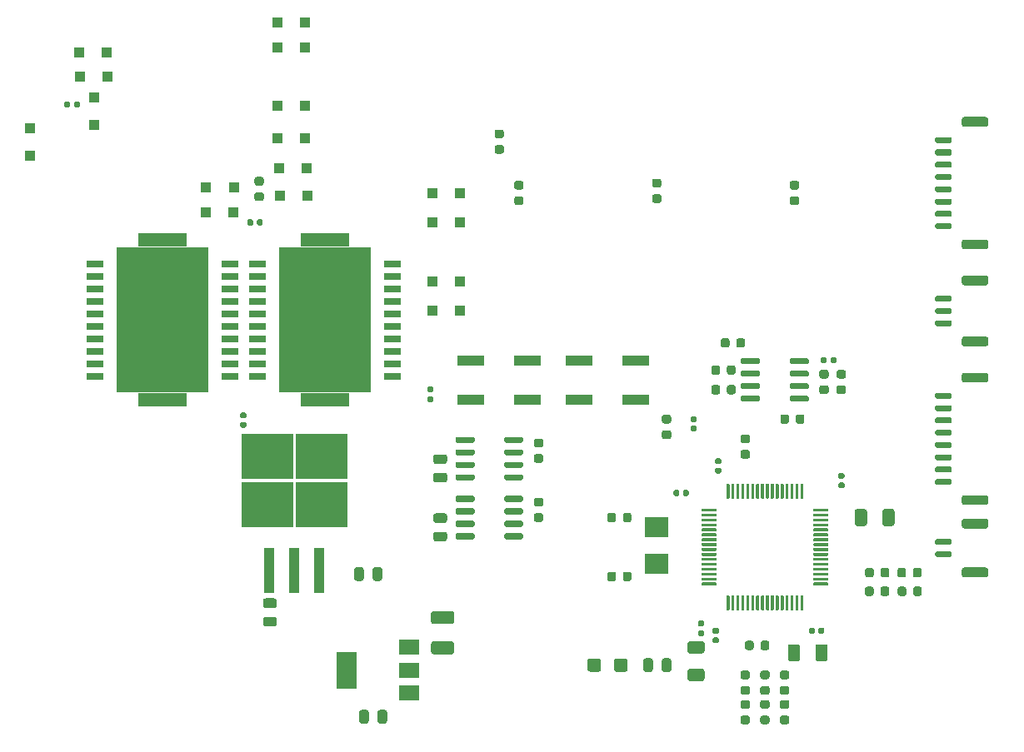
<source format=gbr>
G04 #@! TF.GenerationSoftware,KiCad,Pcbnew,5.1.6-c6e7f7d~87~ubuntu18.04.1*
G04 #@! TF.CreationDate,2020-08-26T01:47:06+02:00*
G04 #@! TF.ProjectId,retropilot_stm32f405_ecu,72657472-6f70-4696-9c6f-745f73746d33,rev?*
G04 #@! TF.SameCoordinates,Original*
G04 #@! TF.FileFunction,Paste,Top*
G04 #@! TF.FilePolarity,Positive*
%FSLAX46Y46*%
G04 Gerber Fmt 4.6, Leading zero omitted, Abs format (unit mm)*
G04 Created by KiCad (PCBNEW 5.1.6-c6e7f7d~87~ubuntu18.04.1) date 2020-08-26 01:47:06*
%MOMM*%
%LPD*%
G01*
G04 APERTURE LIST*
%ADD10R,2.800000X1.000000*%
%ADD11R,2.000000X1.500000*%
%ADD12R,2.000000X3.800000*%
%ADD13R,1.100000X4.600000*%
%ADD14R,5.250000X4.550000*%
%ADD15R,1.700000X0.700000*%
%ADD16R,9.400000X14.800000*%
%ADD17R,5.000000X1.450000*%
%ADD18R,1.100000X1.100000*%
%ADD19R,2.400000X2.000000*%
G04 APERTURE END LIST*
D10*
X83900000Y-72000000D03*
X78100000Y-72000000D03*
X83900000Y-68000000D03*
X78100000Y-68000000D03*
X94900000Y-72000000D03*
X89100000Y-72000000D03*
X94900000Y-68000000D03*
X89100000Y-68000000D03*
D11*
X71800000Y-101800000D03*
X71800000Y-97200000D03*
X71800000Y-99500000D03*
D12*
X65500000Y-99500000D03*
D13*
X57660000Y-89375000D03*
X60200000Y-89375000D03*
X62740000Y-89375000D03*
D14*
X62975000Y-77800000D03*
X57425000Y-82650000D03*
X57425000Y-77800000D03*
X62975000Y-82650000D03*
D15*
X56450000Y-58185000D03*
D16*
X63300000Y-63900000D03*
D15*
X56450000Y-59455000D03*
X56450000Y-60725000D03*
X56450000Y-61995000D03*
X56450000Y-63265000D03*
X56450000Y-64535000D03*
X56450000Y-65805000D03*
X56450000Y-67075000D03*
X56450000Y-68345000D03*
X56450000Y-69615000D03*
X70150000Y-69615000D03*
X70150000Y-68345000D03*
X70150000Y-67075000D03*
X70150000Y-65805000D03*
X70150000Y-64535000D03*
X70150000Y-63265000D03*
X70150000Y-61995000D03*
X70150000Y-60725000D03*
X70150000Y-59455000D03*
X70150000Y-58185000D03*
D17*
X63300000Y-55775000D03*
X63300000Y-72025000D03*
G36*
G01*
X56856250Y-50237500D02*
X56343750Y-50237500D01*
G75*
G02*
X56125000Y-50018750I0J218750D01*
G01*
X56125000Y-49581250D01*
G75*
G02*
X56343750Y-49362500I218750J0D01*
G01*
X56856250Y-49362500D01*
G75*
G02*
X57075000Y-49581250I0J-218750D01*
G01*
X57075000Y-50018750D01*
G75*
G02*
X56856250Y-50237500I-218750J0D01*
G01*
G37*
G36*
G01*
X56856250Y-51812500D02*
X56343750Y-51812500D01*
G75*
G02*
X56125000Y-51593750I0J218750D01*
G01*
X56125000Y-51156250D01*
G75*
G02*
X56343750Y-50937500I218750J0D01*
G01*
X56856250Y-50937500D01*
G75*
G02*
X57075000Y-51156250I0J-218750D01*
G01*
X57075000Y-51593750D01*
G75*
G02*
X56856250Y-51812500I-218750J0D01*
G01*
G37*
D15*
X39950000Y-58185000D03*
D16*
X46800000Y-63900000D03*
D15*
X39950000Y-59455000D03*
X39950000Y-60725000D03*
X39950000Y-61995000D03*
X39950000Y-63265000D03*
X39950000Y-64535000D03*
X39950000Y-65805000D03*
X39950000Y-67075000D03*
X39950000Y-68345000D03*
X39950000Y-69615000D03*
X53650000Y-69615000D03*
X53650000Y-68345000D03*
X53650000Y-67075000D03*
X53650000Y-65805000D03*
X53650000Y-64535000D03*
X53650000Y-63265000D03*
X53650000Y-61995000D03*
X53650000Y-60725000D03*
X53650000Y-59455000D03*
X53650000Y-58185000D03*
D17*
X46800000Y-55775000D03*
X46800000Y-72025000D03*
D18*
X54025000Y-50470000D03*
X51225000Y-50470000D03*
X61300000Y-33700000D03*
X58500000Y-33700000D03*
X33300000Y-47200000D03*
X33300000Y-44400000D03*
X41200000Y-39200000D03*
X38400000Y-39200000D03*
X51200000Y-53000000D03*
X54000000Y-53000000D03*
X58500000Y-36200000D03*
X61300000Y-36200000D03*
X39800000Y-41300000D03*
X39800000Y-44100000D03*
X41100000Y-36700000D03*
X38300000Y-36700000D03*
G36*
G01*
X54827500Y-74275000D02*
X55172500Y-74275000D01*
G75*
G02*
X55320000Y-74422500I0J-147500D01*
G01*
X55320000Y-74717500D01*
G75*
G02*
X55172500Y-74865000I-147500J0D01*
G01*
X54827500Y-74865000D01*
G75*
G02*
X54680000Y-74717500I0J147500D01*
G01*
X54680000Y-74422500D01*
G75*
G02*
X54827500Y-74275000I147500J0D01*
G01*
G37*
G36*
G01*
X54827500Y-73305000D02*
X55172500Y-73305000D01*
G75*
G02*
X55320000Y-73452500I0J-147500D01*
G01*
X55320000Y-73747500D01*
G75*
G02*
X55172500Y-73895000I-147500J0D01*
G01*
X54827500Y-73895000D01*
G75*
G02*
X54680000Y-73747500I0J147500D01*
G01*
X54680000Y-73452500D01*
G75*
G02*
X54827500Y-73305000I147500J0D01*
G01*
G37*
G36*
G01*
X37395000Y-41827500D02*
X37395000Y-42172500D01*
G75*
G02*
X37247500Y-42320000I-147500J0D01*
G01*
X36952500Y-42320000D01*
G75*
G02*
X36805000Y-42172500I0J147500D01*
G01*
X36805000Y-41827500D01*
G75*
G02*
X36952500Y-41680000I147500J0D01*
G01*
X37247500Y-41680000D01*
G75*
G02*
X37395000Y-41827500I0J-147500D01*
G01*
G37*
G36*
G01*
X38365000Y-41827500D02*
X38365000Y-42172500D01*
G75*
G02*
X38217500Y-42320000I-147500J0D01*
G01*
X37922500Y-42320000D01*
G75*
G02*
X37775000Y-42172500I0J147500D01*
G01*
X37775000Y-41827500D01*
G75*
G02*
X37922500Y-41680000I147500J0D01*
G01*
X38217500Y-41680000D01*
G75*
G02*
X38365000Y-41827500I0J-147500D01*
G01*
G37*
G36*
G01*
X104100000Y-82025000D02*
X104100000Y-80625000D01*
G75*
G02*
X104175000Y-80550000I75000J0D01*
G01*
X104325000Y-80550000D01*
G75*
G02*
X104400000Y-80625000I0J-75000D01*
G01*
X104400000Y-82025000D01*
G75*
G02*
X104325000Y-82100000I-75000J0D01*
G01*
X104175000Y-82100000D01*
G75*
G02*
X104100000Y-82025000I0J75000D01*
G01*
G37*
G36*
G01*
X104600000Y-82025000D02*
X104600000Y-80625000D01*
G75*
G02*
X104675000Y-80550000I75000J0D01*
G01*
X104825000Y-80550000D01*
G75*
G02*
X104900000Y-80625000I0J-75000D01*
G01*
X104900000Y-82025000D01*
G75*
G02*
X104825000Y-82100000I-75000J0D01*
G01*
X104675000Y-82100000D01*
G75*
G02*
X104600000Y-82025000I0J75000D01*
G01*
G37*
G36*
G01*
X105100000Y-82025000D02*
X105100000Y-80625000D01*
G75*
G02*
X105175000Y-80550000I75000J0D01*
G01*
X105325000Y-80550000D01*
G75*
G02*
X105400000Y-80625000I0J-75000D01*
G01*
X105400000Y-82025000D01*
G75*
G02*
X105325000Y-82100000I-75000J0D01*
G01*
X105175000Y-82100000D01*
G75*
G02*
X105100000Y-82025000I0J75000D01*
G01*
G37*
G36*
G01*
X105600000Y-82025000D02*
X105600000Y-80625000D01*
G75*
G02*
X105675000Y-80550000I75000J0D01*
G01*
X105825000Y-80550000D01*
G75*
G02*
X105900000Y-80625000I0J-75000D01*
G01*
X105900000Y-82025000D01*
G75*
G02*
X105825000Y-82100000I-75000J0D01*
G01*
X105675000Y-82100000D01*
G75*
G02*
X105600000Y-82025000I0J75000D01*
G01*
G37*
G36*
G01*
X106100000Y-82025000D02*
X106100000Y-80625000D01*
G75*
G02*
X106175000Y-80550000I75000J0D01*
G01*
X106325000Y-80550000D01*
G75*
G02*
X106400000Y-80625000I0J-75000D01*
G01*
X106400000Y-82025000D01*
G75*
G02*
X106325000Y-82100000I-75000J0D01*
G01*
X106175000Y-82100000D01*
G75*
G02*
X106100000Y-82025000I0J75000D01*
G01*
G37*
G36*
G01*
X106600000Y-82025000D02*
X106600000Y-80625000D01*
G75*
G02*
X106675000Y-80550000I75000J0D01*
G01*
X106825000Y-80550000D01*
G75*
G02*
X106900000Y-80625000I0J-75000D01*
G01*
X106900000Y-82025000D01*
G75*
G02*
X106825000Y-82100000I-75000J0D01*
G01*
X106675000Y-82100000D01*
G75*
G02*
X106600000Y-82025000I0J75000D01*
G01*
G37*
G36*
G01*
X107100000Y-82025000D02*
X107100000Y-80625000D01*
G75*
G02*
X107175000Y-80550000I75000J0D01*
G01*
X107325000Y-80550000D01*
G75*
G02*
X107400000Y-80625000I0J-75000D01*
G01*
X107400000Y-82025000D01*
G75*
G02*
X107325000Y-82100000I-75000J0D01*
G01*
X107175000Y-82100000D01*
G75*
G02*
X107100000Y-82025000I0J75000D01*
G01*
G37*
G36*
G01*
X107600000Y-82025000D02*
X107600000Y-80625000D01*
G75*
G02*
X107675000Y-80550000I75000J0D01*
G01*
X107825000Y-80550000D01*
G75*
G02*
X107900000Y-80625000I0J-75000D01*
G01*
X107900000Y-82025000D01*
G75*
G02*
X107825000Y-82100000I-75000J0D01*
G01*
X107675000Y-82100000D01*
G75*
G02*
X107600000Y-82025000I0J75000D01*
G01*
G37*
G36*
G01*
X108100000Y-82025000D02*
X108100000Y-80625000D01*
G75*
G02*
X108175000Y-80550000I75000J0D01*
G01*
X108325000Y-80550000D01*
G75*
G02*
X108400000Y-80625000I0J-75000D01*
G01*
X108400000Y-82025000D01*
G75*
G02*
X108325000Y-82100000I-75000J0D01*
G01*
X108175000Y-82100000D01*
G75*
G02*
X108100000Y-82025000I0J75000D01*
G01*
G37*
G36*
G01*
X108600000Y-82025000D02*
X108600000Y-80625000D01*
G75*
G02*
X108675000Y-80550000I75000J0D01*
G01*
X108825000Y-80550000D01*
G75*
G02*
X108900000Y-80625000I0J-75000D01*
G01*
X108900000Y-82025000D01*
G75*
G02*
X108825000Y-82100000I-75000J0D01*
G01*
X108675000Y-82100000D01*
G75*
G02*
X108600000Y-82025000I0J75000D01*
G01*
G37*
G36*
G01*
X109100000Y-82025000D02*
X109100000Y-80625000D01*
G75*
G02*
X109175000Y-80550000I75000J0D01*
G01*
X109325000Y-80550000D01*
G75*
G02*
X109400000Y-80625000I0J-75000D01*
G01*
X109400000Y-82025000D01*
G75*
G02*
X109325000Y-82100000I-75000J0D01*
G01*
X109175000Y-82100000D01*
G75*
G02*
X109100000Y-82025000I0J75000D01*
G01*
G37*
G36*
G01*
X109600000Y-82025000D02*
X109600000Y-80625000D01*
G75*
G02*
X109675000Y-80550000I75000J0D01*
G01*
X109825000Y-80550000D01*
G75*
G02*
X109900000Y-80625000I0J-75000D01*
G01*
X109900000Y-82025000D01*
G75*
G02*
X109825000Y-82100000I-75000J0D01*
G01*
X109675000Y-82100000D01*
G75*
G02*
X109600000Y-82025000I0J75000D01*
G01*
G37*
G36*
G01*
X110100000Y-82025000D02*
X110100000Y-80625000D01*
G75*
G02*
X110175000Y-80550000I75000J0D01*
G01*
X110325000Y-80550000D01*
G75*
G02*
X110400000Y-80625000I0J-75000D01*
G01*
X110400000Y-82025000D01*
G75*
G02*
X110325000Y-82100000I-75000J0D01*
G01*
X110175000Y-82100000D01*
G75*
G02*
X110100000Y-82025000I0J75000D01*
G01*
G37*
G36*
G01*
X110600000Y-82025000D02*
X110600000Y-80625000D01*
G75*
G02*
X110675000Y-80550000I75000J0D01*
G01*
X110825000Y-80550000D01*
G75*
G02*
X110900000Y-80625000I0J-75000D01*
G01*
X110900000Y-82025000D01*
G75*
G02*
X110825000Y-82100000I-75000J0D01*
G01*
X110675000Y-82100000D01*
G75*
G02*
X110600000Y-82025000I0J75000D01*
G01*
G37*
G36*
G01*
X111100000Y-82025000D02*
X111100000Y-80625000D01*
G75*
G02*
X111175000Y-80550000I75000J0D01*
G01*
X111325000Y-80550000D01*
G75*
G02*
X111400000Y-80625000I0J-75000D01*
G01*
X111400000Y-82025000D01*
G75*
G02*
X111325000Y-82100000I-75000J0D01*
G01*
X111175000Y-82100000D01*
G75*
G02*
X111100000Y-82025000I0J75000D01*
G01*
G37*
G36*
G01*
X111600000Y-82025000D02*
X111600000Y-80625000D01*
G75*
G02*
X111675000Y-80550000I75000J0D01*
G01*
X111825000Y-80550000D01*
G75*
G02*
X111900000Y-80625000I0J-75000D01*
G01*
X111900000Y-82025000D01*
G75*
G02*
X111825000Y-82100000I-75000J0D01*
G01*
X111675000Y-82100000D01*
G75*
G02*
X111600000Y-82025000I0J75000D01*
G01*
G37*
G36*
G01*
X112900000Y-83325000D02*
X112900000Y-83175000D01*
G75*
G02*
X112975000Y-83100000I75000J0D01*
G01*
X114375000Y-83100000D01*
G75*
G02*
X114450000Y-83175000I0J-75000D01*
G01*
X114450000Y-83325000D01*
G75*
G02*
X114375000Y-83400000I-75000J0D01*
G01*
X112975000Y-83400000D01*
G75*
G02*
X112900000Y-83325000I0J75000D01*
G01*
G37*
G36*
G01*
X112900000Y-83825000D02*
X112900000Y-83675000D01*
G75*
G02*
X112975000Y-83600000I75000J0D01*
G01*
X114375000Y-83600000D01*
G75*
G02*
X114450000Y-83675000I0J-75000D01*
G01*
X114450000Y-83825000D01*
G75*
G02*
X114375000Y-83900000I-75000J0D01*
G01*
X112975000Y-83900000D01*
G75*
G02*
X112900000Y-83825000I0J75000D01*
G01*
G37*
G36*
G01*
X112900000Y-84325000D02*
X112900000Y-84175000D01*
G75*
G02*
X112975000Y-84100000I75000J0D01*
G01*
X114375000Y-84100000D01*
G75*
G02*
X114450000Y-84175000I0J-75000D01*
G01*
X114450000Y-84325000D01*
G75*
G02*
X114375000Y-84400000I-75000J0D01*
G01*
X112975000Y-84400000D01*
G75*
G02*
X112900000Y-84325000I0J75000D01*
G01*
G37*
G36*
G01*
X112900000Y-84825000D02*
X112900000Y-84675000D01*
G75*
G02*
X112975000Y-84600000I75000J0D01*
G01*
X114375000Y-84600000D01*
G75*
G02*
X114450000Y-84675000I0J-75000D01*
G01*
X114450000Y-84825000D01*
G75*
G02*
X114375000Y-84900000I-75000J0D01*
G01*
X112975000Y-84900000D01*
G75*
G02*
X112900000Y-84825000I0J75000D01*
G01*
G37*
G36*
G01*
X112900000Y-85325000D02*
X112900000Y-85175000D01*
G75*
G02*
X112975000Y-85100000I75000J0D01*
G01*
X114375000Y-85100000D01*
G75*
G02*
X114450000Y-85175000I0J-75000D01*
G01*
X114450000Y-85325000D01*
G75*
G02*
X114375000Y-85400000I-75000J0D01*
G01*
X112975000Y-85400000D01*
G75*
G02*
X112900000Y-85325000I0J75000D01*
G01*
G37*
G36*
G01*
X112900000Y-85825000D02*
X112900000Y-85675000D01*
G75*
G02*
X112975000Y-85600000I75000J0D01*
G01*
X114375000Y-85600000D01*
G75*
G02*
X114450000Y-85675000I0J-75000D01*
G01*
X114450000Y-85825000D01*
G75*
G02*
X114375000Y-85900000I-75000J0D01*
G01*
X112975000Y-85900000D01*
G75*
G02*
X112900000Y-85825000I0J75000D01*
G01*
G37*
G36*
G01*
X112900000Y-86325000D02*
X112900000Y-86175000D01*
G75*
G02*
X112975000Y-86100000I75000J0D01*
G01*
X114375000Y-86100000D01*
G75*
G02*
X114450000Y-86175000I0J-75000D01*
G01*
X114450000Y-86325000D01*
G75*
G02*
X114375000Y-86400000I-75000J0D01*
G01*
X112975000Y-86400000D01*
G75*
G02*
X112900000Y-86325000I0J75000D01*
G01*
G37*
G36*
G01*
X112900000Y-86825000D02*
X112900000Y-86675000D01*
G75*
G02*
X112975000Y-86600000I75000J0D01*
G01*
X114375000Y-86600000D01*
G75*
G02*
X114450000Y-86675000I0J-75000D01*
G01*
X114450000Y-86825000D01*
G75*
G02*
X114375000Y-86900000I-75000J0D01*
G01*
X112975000Y-86900000D01*
G75*
G02*
X112900000Y-86825000I0J75000D01*
G01*
G37*
G36*
G01*
X112900000Y-87325000D02*
X112900000Y-87175000D01*
G75*
G02*
X112975000Y-87100000I75000J0D01*
G01*
X114375000Y-87100000D01*
G75*
G02*
X114450000Y-87175000I0J-75000D01*
G01*
X114450000Y-87325000D01*
G75*
G02*
X114375000Y-87400000I-75000J0D01*
G01*
X112975000Y-87400000D01*
G75*
G02*
X112900000Y-87325000I0J75000D01*
G01*
G37*
G36*
G01*
X112900000Y-87825000D02*
X112900000Y-87675000D01*
G75*
G02*
X112975000Y-87600000I75000J0D01*
G01*
X114375000Y-87600000D01*
G75*
G02*
X114450000Y-87675000I0J-75000D01*
G01*
X114450000Y-87825000D01*
G75*
G02*
X114375000Y-87900000I-75000J0D01*
G01*
X112975000Y-87900000D01*
G75*
G02*
X112900000Y-87825000I0J75000D01*
G01*
G37*
G36*
G01*
X112900000Y-88325000D02*
X112900000Y-88175000D01*
G75*
G02*
X112975000Y-88100000I75000J0D01*
G01*
X114375000Y-88100000D01*
G75*
G02*
X114450000Y-88175000I0J-75000D01*
G01*
X114450000Y-88325000D01*
G75*
G02*
X114375000Y-88400000I-75000J0D01*
G01*
X112975000Y-88400000D01*
G75*
G02*
X112900000Y-88325000I0J75000D01*
G01*
G37*
G36*
G01*
X112900000Y-88825000D02*
X112900000Y-88675000D01*
G75*
G02*
X112975000Y-88600000I75000J0D01*
G01*
X114375000Y-88600000D01*
G75*
G02*
X114450000Y-88675000I0J-75000D01*
G01*
X114450000Y-88825000D01*
G75*
G02*
X114375000Y-88900000I-75000J0D01*
G01*
X112975000Y-88900000D01*
G75*
G02*
X112900000Y-88825000I0J75000D01*
G01*
G37*
G36*
G01*
X112900000Y-89325000D02*
X112900000Y-89175000D01*
G75*
G02*
X112975000Y-89100000I75000J0D01*
G01*
X114375000Y-89100000D01*
G75*
G02*
X114450000Y-89175000I0J-75000D01*
G01*
X114450000Y-89325000D01*
G75*
G02*
X114375000Y-89400000I-75000J0D01*
G01*
X112975000Y-89400000D01*
G75*
G02*
X112900000Y-89325000I0J75000D01*
G01*
G37*
G36*
G01*
X112900000Y-89825000D02*
X112900000Y-89675000D01*
G75*
G02*
X112975000Y-89600000I75000J0D01*
G01*
X114375000Y-89600000D01*
G75*
G02*
X114450000Y-89675000I0J-75000D01*
G01*
X114450000Y-89825000D01*
G75*
G02*
X114375000Y-89900000I-75000J0D01*
G01*
X112975000Y-89900000D01*
G75*
G02*
X112900000Y-89825000I0J75000D01*
G01*
G37*
G36*
G01*
X112900000Y-90325000D02*
X112900000Y-90175000D01*
G75*
G02*
X112975000Y-90100000I75000J0D01*
G01*
X114375000Y-90100000D01*
G75*
G02*
X114450000Y-90175000I0J-75000D01*
G01*
X114450000Y-90325000D01*
G75*
G02*
X114375000Y-90400000I-75000J0D01*
G01*
X112975000Y-90400000D01*
G75*
G02*
X112900000Y-90325000I0J75000D01*
G01*
G37*
G36*
G01*
X112900000Y-90825000D02*
X112900000Y-90675000D01*
G75*
G02*
X112975000Y-90600000I75000J0D01*
G01*
X114375000Y-90600000D01*
G75*
G02*
X114450000Y-90675000I0J-75000D01*
G01*
X114450000Y-90825000D01*
G75*
G02*
X114375000Y-90900000I-75000J0D01*
G01*
X112975000Y-90900000D01*
G75*
G02*
X112900000Y-90825000I0J75000D01*
G01*
G37*
G36*
G01*
X111600000Y-93375000D02*
X111600000Y-91975000D01*
G75*
G02*
X111675000Y-91900000I75000J0D01*
G01*
X111825000Y-91900000D01*
G75*
G02*
X111900000Y-91975000I0J-75000D01*
G01*
X111900000Y-93375000D01*
G75*
G02*
X111825000Y-93450000I-75000J0D01*
G01*
X111675000Y-93450000D01*
G75*
G02*
X111600000Y-93375000I0J75000D01*
G01*
G37*
G36*
G01*
X111100000Y-93375000D02*
X111100000Y-91975000D01*
G75*
G02*
X111175000Y-91900000I75000J0D01*
G01*
X111325000Y-91900000D01*
G75*
G02*
X111400000Y-91975000I0J-75000D01*
G01*
X111400000Y-93375000D01*
G75*
G02*
X111325000Y-93450000I-75000J0D01*
G01*
X111175000Y-93450000D01*
G75*
G02*
X111100000Y-93375000I0J75000D01*
G01*
G37*
G36*
G01*
X110600000Y-93375000D02*
X110600000Y-91975000D01*
G75*
G02*
X110675000Y-91900000I75000J0D01*
G01*
X110825000Y-91900000D01*
G75*
G02*
X110900000Y-91975000I0J-75000D01*
G01*
X110900000Y-93375000D01*
G75*
G02*
X110825000Y-93450000I-75000J0D01*
G01*
X110675000Y-93450000D01*
G75*
G02*
X110600000Y-93375000I0J75000D01*
G01*
G37*
G36*
G01*
X110100000Y-93375000D02*
X110100000Y-91975000D01*
G75*
G02*
X110175000Y-91900000I75000J0D01*
G01*
X110325000Y-91900000D01*
G75*
G02*
X110400000Y-91975000I0J-75000D01*
G01*
X110400000Y-93375000D01*
G75*
G02*
X110325000Y-93450000I-75000J0D01*
G01*
X110175000Y-93450000D01*
G75*
G02*
X110100000Y-93375000I0J75000D01*
G01*
G37*
G36*
G01*
X109600000Y-93375000D02*
X109600000Y-91975000D01*
G75*
G02*
X109675000Y-91900000I75000J0D01*
G01*
X109825000Y-91900000D01*
G75*
G02*
X109900000Y-91975000I0J-75000D01*
G01*
X109900000Y-93375000D01*
G75*
G02*
X109825000Y-93450000I-75000J0D01*
G01*
X109675000Y-93450000D01*
G75*
G02*
X109600000Y-93375000I0J75000D01*
G01*
G37*
G36*
G01*
X109100000Y-93375000D02*
X109100000Y-91975000D01*
G75*
G02*
X109175000Y-91900000I75000J0D01*
G01*
X109325000Y-91900000D01*
G75*
G02*
X109400000Y-91975000I0J-75000D01*
G01*
X109400000Y-93375000D01*
G75*
G02*
X109325000Y-93450000I-75000J0D01*
G01*
X109175000Y-93450000D01*
G75*
G02*
X109100000Y-93375000I0J75000D01*
G01*
G37*
G36*
G01*
X108600000Y-93375000D02*
X108600000Y-91975000D01*
G75*
G02*
X108675000Y-91900000I75000J0D01*
G01*
X108825000Y-91900000D01*
G75*
G02*
X108900000Y-91975000I0J-75000D01*
G01*
X108900000Y-93375000D01*
G75*
G02*
X108825000Y-93450000I-75000J0D01*
G01*
X108675000Y-93450000D01*
G75*
G02*
X108600000Y-93375000I0J75000D01*
G01*
G37*
G36*
G01*
X108100000Y-93375000D02*
X108100000Y-91975000D01*
G75*
G02*
X108175000Y-91900000I75000J0D01*
G01*
X108325000Y-91900000D01*
G75*
G02*
X108400000Y-91975000I0J-75000D01*
G01*
X108400000Y-93375000D01*
G75*
G02*
X108325000Y-93450000I-75000J0D01*
G01*
X108175000Y-93450000D01*
G75*
G02*
X108100000Y-93375000I0J75000D01*
G01*
G37*
G36*
G01*
X107600000Y-93375000D02*
X107600000Y-91975000D01*
G75*
G02*
X107675000Y-91900000I75000J0D01*
G01*
X107825000Y-91900000D01*
G75*
G02*
X107900000Y-91975000I0J-75000D01*
G01*
X107900000Y-93375000D01*
G75*
G02*
X107825000Y-93450000I-75000J0D01*
G01*
X107675000Y-93450000D01*
G75*
G02*
X107600000Y-93375000I0J75000D01*
G01*
G37*
G36*
G01*
X107100000Y-93375000D02*
X107100000Y-91975000D01*
G75*
G02*
X107175000Y-91900000I75000J0D01*
G01*
X107325000Y-91900000D01*
G75*
G02*
X107400000Y-91975000I0J-75000D01*
G01*
X107400000Y-93375000D01*
G75*
G02*
X107325000Y-93450000I-75000J0D01*
G01*
X107175000Y-93450000D01*
G75*
G02*
X107100000Y-93375000I0J75000D01*
G01*
G37*
G36*
G01*
X106600000Y-93375000D02*
X106600000Y-91975000D01*
G75*
G02*
X106675000Y-91900000I75000J0D01*
G01*
X106825000Y-91900000D01*
G75*
G02*
X106900000Y-91975000I0J-75000D01*
G01*
X106900000Y-93375000D01*
G75*
G02*
X106825000Y-93450000I-75000J0D01*
G01*
X106675000Y-93450000D01*
G75*
G02*
X106600000Y-93375000I0J75000D01*
G01*
G37*
G36*
G01*
X106100000Y-93375000D02*
X106100000Y-91975000D01*
G75*
G02*
X106175000Y-91900000I75000J0D01*
G01*
X106325000Y-91900000D01*
G75*
G02*
X106400000Y-91975000I0J-75000D01*
G01*
X106400000Y-93375000D01*
G75*
G02*
X106325000Y-93450000I-75000J0D01*
G01*
X106175000Y-93450000D01*
G75*
G02*
X106100000Y-93375000I0J75000D01*
G01*
G37*
G36*
G01*
X105600000Y-93375000D02*
X105600000Y-91975000D01*
G75*
G02*
X105675000Y-91900000I75000J0D01*
G01*
X105825000Y-91900000D01*
G75*
G02*
X105900000Y-91975000I0J-75000D01*
G01*
X105900000Y-93375000D01*
G75*
G02*
X105825000Y-93450000I-75000J0D01*
G01*
X105675000Y-93450000D01*
G75*
G02*
X105600000Y-93375000I0J75000D01*
G01*
G37*
G36*
G01*
X105100000Y-93375000D02*
X105100000Y-91975000D01*
G75*
G02*
X105175000Y-91900000I75000J0D01*
G01*
X105325000Y-91900000D01*
G75*
G02*
X105400000Y-91975000I0J-75000D01*
G01*
X105400000Y-93375000D01*
G75*
G02*
X105325000Y-93450000I-75000J0D01*
G01*
X105175000Y-93450000D01*
G75*
G02*
X105100000Y-93375000I0J75000D01*
G01*
G37*
G36*
G01*
X104600000Y-93375000D02*
X104600000Y-91975000D01*
G75*
G02*
X104675000Y-91900000I75000J0D01*
G01*
X104825000Y-91900000D01*
G75*
G02*
X104900000Y-91975000I0J-75000D01*
G01*
X104900000Y-93375000D01*
G75*
G02*
X104825000Y-93450000I-75000J0D01*
G01*
X104675000Y-93450000D01*
G75*
G02*
X104600000Y-93375000I0J75000D01*
G01*
G37*
G36*
G01*
X104100000Y-93375000D02*
X104100000Y-91975000D01*
G75*
G02*
X104175000Y-91900000I75000J0D01*
G01*
X104325000Y-91900000D01*
G75*
G02*
X104400000Y-91975000I0J-75000D01*
G01*
X104400000Y-93375000D01*
G75*
G02*
X104325000Y-93450000I-75000J0D01*
G01*
X104175000Y-93450000D01*
G75*
G02*
X104100000Y-93375000I0J75000D01*
G01*
G37*
G36*
G01*
X101550000Y-90825000D02*
X101550000Y-90675000D01*
G75*
G02*
X101625000Y-90600000I75000J0D01*
G01*
X103025000Y-90600000D01*
G75*
G02*
X103100000Y-90675000I0J-75000D01*
G01*
X103100000Y-90825000D01*
G75*
G02*
X103025000Y-90900000I-75000J0D01*
G01*
X101625000Y-90900000D01*
G75*
G02*
X101550000Y-90825000I0J75000D01*
G01*
G37*
G36*
G01*
X101550000Y-90325000D02*
X101550000Y-90175000D01*
G75*
G02*
X101625000Y-90100000I75000J0D01*
G01*
X103025000Y-90100000D01*
G75*
G02*
X103100000Y-90175000I0J-75000D01*
G01*
X103100000Y-90325000D01*
G75*
G02*
X103025000Y-90400000I-75000J0D01*
G01*
X101625000Y-90400000D01*
G75*
G02*
X101550000Y-90325000I0J75000D01*
G01*
G37*
G36*
G01*
X101550000Y-89825000D02*
X101550000Y-89675000D01*
G75*
G02*
X101625000Y-89600000I75000J0D01*
G01*
X103025000Y-89600000D01*
G75*
G02*
X103100000Y-89675000I0J-75000D01*
G01*
X103100000Y-89825000D01*
G75*
G02*
X103025000Y-89900000I-75000J0D01*
G01*
X101625000Y-89900000D01*
G75*
G02*
X101550000Y-89825000I0J75000D01*
G01*
G37*
G36*
G01*
X101550000Y-89325000D02*
X101550000Y-89175000D01*
G75*
G02*
X101625000Y-89100000I75000J0D01*
G01*
X103025000Y-89100000D01*
G75*
G02*
X103100000Y-89175000I0J-75000D01*
G01*
X103100000Y-89325000D01*
G75*
G02*
X103025000Y-89400000I-75000J0D01*
G01*
X101625000Y-89400000D01*
G75*
G02*
X101550000Y-89325000I0J75000D01*
G01*
G37*
G36*
G01*
X101550000Y-88825000D02*
X101550000Y-88675000D01*
G75*
G02*
X101625000Y-88600000I75000J0D01*
G01*
X103025000Y-88600000D01*
G75*
G02*
X103100000Y-88675000I0J-75000D01*
G01*
X103100000Y-88825000D01*
G75*
G02*
X103025000Y-88900000I-75000J0D01*
G01*
X101625000Y-88900000D01*
G75*
G02*
X101550000Y-88825000I0J75000D01*
G01*
G37*
G36*
G01*
X101550000Y-88325000D02*
X101550000Y-88175000D01*
G75*
G02*
X101625000Y-88100000I75000J0D01*
G01*
X103025000Y-88100000D01*
G75*
G02*
X103100000Y-88175000I0J-75000D01*
G01*
X103100000Y-88325000D01*
G75*
G02*
X103025000Y-88400000I-75000J0D01*
G01*
X101625000Y-88400000D01*
G75*
G02*
X101550000Y-88325000I0J75000D01*
G01*
G37*
G36*
G01*
X101550000Y-87825000D02*
X101550000Y-87675000D01*
G75*
G02*
X101625000Y-87600000I75000J0D01*
G01*
X103025000Y-87600000D01*
G75*
G02*
X103100000Y-87675000I0J-75000D01*
G01*
X103100000Y-87825000D01*
G75*
G02*
X103025000Y-87900000I-75000J0D01*
G01*
X101625000Y-87900000D01*
G75*
G02*
X101550000Y-87825000I0J75000D01*
G01*
G37*
G36*
G01*
X101550000Y-87325000D02*
X101550000Y-87175000D01*
G75*
G02*
X101625000Y-87100000I75000J0D01*
G01*
X103025000Y-87100000D01*
G75*
G02*
X103100000Y-87175000I0J-75000D01*
G01*
X103100000Y-87325000D01*
G75*
G02*
X103025000Y-87400000I-75000J0D01*
G01*
X101625000Y-87400000D01*
G75*
G02*
X101550000Y-87325000I0J75000D01*
G01*
G37*
G36*
G01*
X101550000Y-86825000D02*
X101550000Y-86675000D01*
G75*
G02*
X101625000Y-86600000I75000J0D01*
G01*
X103025000Y-86600000D01*
G75*
G02*
X103100000Y-86675000I0J-75000D01*
G01*
X103100000Y-86825000D01*
G75*
G02*
X103025000Y-86900000I-75000J0D01*
G01*
X101625000Y-86900000D01*
G75*
G02*
X101550000Y-86825000I0J75000D01*
G01*
G37*
G36*
G01*
X101550000Y-86325000D02*
X101550000Y-86175000D01*
G75*
G02*
X101625000Y-86100000I75000J0D01*
G01*
X103025000Y-86100000D01*
G75*
G02*
X103100000Y-86175000I0J-75000D01*
G01*
X103100000Y-86325000D01*
G75*
G02*
X103025000Y-86400000I-75000J0D01*
G01*
X101625000Y-86400000D01*
G75*
G02*
X101550000Y-86325000I0J75000D01*
G01*
G37*
G36*
G01*
X101550000Y-85825000D02*
X101550000Y-85675000D01*
G75*
G02*
X101625000Y-85600000I75000J0D01*
G01*
X103025000Y-85600000D01*
G75*
G02*
X103100000Y-85675000I0J-75000D01*
G01*
X103100000Y-85825000D01*
G75*
G02*
X103025000Y-85900000I-75000J0D01*
G01*
X101625000Y-85900000D01*
G75*
G02*
X101550000Y-85825000I0J75000D01*
G01*
G37*
G36*
G01*
X101550000Y-85325000D02*
X101550000Y-85175000D01*
G75*
G02*
X101625000Y-85100000I75000J0D01*
G01*
X103025000Y-85100000D01*
G75*
G02*
X103100000Y-85175000I0J-75000D01*
G01*
X103100000Y-85325000D01*
G75*
G02*
X103025000Y-85400000I-75000J0D01*
G01*
X101625000Y-85400000D01*
G75*
G02*
X101550000Y-85325000I0J75000D01*
G01*
G37*
G36*
G01*
X101550000Y-84825000D02*
X101550000Y-84675000D01*
G75*
G02*
X101625000Y-84600000I75000J0D01*
G01*
X103025000Y-84600000D01*
G75*
G02*
X103100000Y-84675000I0J-75000D01*
G01*
X103100000Y-84825000D01*
G75*
G02*
X103025000Y-84900000I-75000J0D01*
G01*
X101625000Y-84900000D01*
G75*
G02*
X101550000Y-84825000I0J75000D01*
G01*
G37*
G36*
G01*
X101550000Y-84325000D02*
X101550000Y-84175000D01*
G75*
G02*
X101625000Y-84100000I75000J0D01*
G01*
X103025000Y-84100000D01*
G75*
G02*
X103100000Y-84175000I0J-75000D01*
G01*
X103100000Y-84325000D01*
G75*
G02*
X103025000Y-84400000I-75000J0D01*
G01*
X101625000Y-84400000D01*
G75*
G02*
X101550000Y-84325000I0J75000D01*
G01*
G37*
G36*
G01*
X101550000Y-83825000D02*
X101550000Y-83675000D01*
G75*
G02*
X101625000Y-83600000I75000J0D01*
G01*
X103025000Y-83600000D01*
G75*
G02*
X103100000Y-83675000I0J-75000D01*
G01*
X103100000Y-83825000D01*
G75*
G02*
X103025000Y-83900000I-75000J0D01*
G01*
X101625000Y-83900000D01*
G75*
G02*
X101550000Y-83825000I0J75000D01*
G01*
G37*
G36*
G01*
X101550000Y-83325000D02*
X101550000Y-83175000D01*
G75*
G02*
X101625000Y-83100000I75000J0D01*
G01*
X103025000Y-83100000D01*
G75*
G02*
X103100000Y-83175000I0J-75000D01*
G01*
X103100000Y-83325000D01*
G75*
G02*
X103025000Y-83400000I-75000J0D01*
G01*
X101625000Y-83400000D01*
G75*
G02*
X101550000Y-83325000I0J75000D01*
G01*
G37*
G36*
G01*
X126850000Y-88025000D02*
X125450000Y-88025000D01*
G75*
G02*
X125300000Y-87875000I0J150000D01*
G01*
X125300000Y-87575000D01*
G75*
G02*
X125450000Y-87425000I150000J0D01*
G01*
X126850000Y-87425000D01*
G75*
G02*
X127000000Y-87575000I0J-150000D01*
G01*
X127000000Y-87875000D01*
G75*
G02*
X126850000Y-88025000I-150000J0D01*
G01*
G37*
G36*
G01*
X126850000Y-86775000D02*
X125450000Y-86775000D01*
G75*
G02*
X125300000Y-86625000I0J150000D01*
G01*
X125300000Y-86325000D01*
G75*
G02*
X125450000Y-86175000I150000J0D01*
G01*
X126850000Y-86175000D01*
G75*
G02*
X127000000Y-86325000I0J-150000D01*
G01*
X127000000Y-86625000D01*
G75*
G02*
X126850000Y-86775000I-150000J0D01*
G01*
G37*
G36*
G01*
X130450000Y-90075000D02*
X128250000Y-90075000D01*
G75*
G02*
X128000000Y-89825000I0J250000D01*
G01*
X128000000Y-89325000D01*
G75*
G02*
X128250000Y-89075000I250000J0D01*
G01*
X130450000Y-89075000D01*
G75*
G02*
X130700000Y-89325000I0J-250000D01*
G01*
X130700000Y-89825000D01*
G75*
G02*
X130450000Y-90075000I-250000J0D01*
G01*
G37*
G36*
G01*
X130450000Y-85125000D02*
X128250000Y-85125000D01*
G75*
G02*
X128000000Y-84875000I0J250000D01*
G01*
X128000000Y-84375000D01*
G75*
G02*
X128250000Y-84125000I250000J0D01*
G01*
X130450000Y-84125000D01*
G75*
G02*
X130700000Y-84375000I0J-250000D01*
G01*
X130700000Y-84875000D01*
G75*
G02*
X130450000Y-85125000I-250000J0D01*
G01*
G37*
G36*
G01*
X81500000Y-82245000D02*
X81500000Y-81945000D01*
G75*
G02*
X81650000Y-81795000I150000J0D01*
G01*
X83300000Y-81795000D01*
G75*
G02*
X83450000Y-81945000I0J-150000D01*
G01*
X83450000Y-82245000D01*
G75*
G02*
X83300000Y-82395000I-150000J0D01*
G01*
X81650000Y-82395000D01*
G75*
G02*
X81500000Y-82245000I0J150000D01*
G01*
G37*
G36*
G01*
X81500000Y-83515000D02*
X81500000Y-83215000D01*
G75*
G02*
X81650000Y-83065000I150000J0D01*
G01*
X83300000Y-83065000D01*
G75*
G02*
X83450000Y-83215000I0J-150000D01*
G01*
X83450000Y-83515000D01*
G75*
G02*
X83300000Y-83665000I-150000J0D01*
G01*
X81650000Y-83665000D01*
G75*
G02*
X81500000Y-83515000I0J150000D01*
G01*
G37*
G36*
G01*
X81500000Y-84785000D02*
X81500000Y-84485000D01*
G75*
G02*
X81650000Y-84335000I150000J0D01*
G01*
X83300000Y-84335000D01*
G75*
G02*
X83450000Y-84485000I0J-150000D01*
G01*
X83450000Y-84785000D01*
G75*
G02*
X83300000Y-84935000I-150000J0D01*
G01*
X81650000Y-84935000D01*
G75*
G02*
X81500000Y-84785000I0J150000D01*
G01*
G37*
G36*
G01*
X81500000Y-86055000D02*
X81500000Y-85755000D01*
G75*
G02*
X81650000Y-85605000I150000J0D01*
G01*
X83300000Y-85605000D01*
G75*
G02*
X83450000Y-85755000I0J-150000D01*
G01*
X83450000Y-86055000D01*
G75*
G02*
X83300000Y-86205000I-150000J0D01*
G01*
X81650000Y-86205000D01*
G75*
G02*
X81500000Y-86055000I0J150000D01*
G01*
G37*
G36*
G01*
X76550000Y-86055000D02*
X76550000Y-85755000D01*
G75*
G02*
X76700000Y-85605000I150000J0D01*
G01*
X78350000Y-85605000D01*
G75*
G02*
X78500000Y-85755000I0J-150000D01*
G01*
X78500000Y-86055000D01*
G75*
G02*
X78350000Y-86205000I-150000J0D01*
G01*
X76700000Y-86205000D01*
G75*
G02*
X76550000Y-86055000I0J150000D01*
G01*
G37*
G36*
G01*
X76550000Y-84785000D02*
X76550000Y-84485000D01*
G75*
G02*
X76700000Y-84335000I150000J0D01*
G01*
X78350000Y-84335000D01*
G75*
G02*
X78500000Y-84485000I0J-150000D01*
G01*
X78500000Y-84785000D01*
G75*
G02*
X78350000Y-84935000I-150000J0D01*
G01*
X76700000Y-84935000D01*
G75*
G02*
X76550000Y-84785000I0J150000D01*
G01*
G37*
G36*
G01*
X76550000Y-83515000D02*
X76550000Y-83215000D01*
G75*
G02*
X76700000Y-83065000I150000J0D01*
G01*
X78350000Y-83065000D01*
G75*
G02*
X78500000Y-83215000I0J-150000D01*
G01*
X78500000Y-83515000D01*
G75*
G02*
X78350000Y-83665000I-150000J0D01*
G01*
X76700000Y-83665000D01*
G75*
G02*
X76550000Y-83515000I0J150000D01*
G01*
G37*
G36*
G01*
X76550000Y-82245000D02*
X76550000Y-81945000D01*
G75*
G02*
X76700000Y-81795000I150000J0D01*
G01*
X78350000Y-81795000D01*
G75*
G02*
X78500000Y-81945000I0J-150000D01*
G01*
X78500000Y-82245000D01*
G75*
G02*
X78350000Y-82395000I-150000J0D01*
G01*
X76700000Y-82395000D01*
G75*
G02*
X76550000Y-82245000I0J150000D01*
G01*
G37*
G36*
G01*
X81500000Y-76245000D02*
X81500000Y-75945000D01*
G75*
G02*
X81650000Y-75795000I150000J0D01*
G01*
X83300000Y-75795000D01*
G75*
G02*
X83450000Y-75945000I0J-150000D01*
G01*
X83450000Y-76245000D01*
G75*
G02*
X83300000Y-76395000I-150000J0D01*
G01*
X81650000Y-76395000D01*
G75*
G02*
X81500000Y-76245000I0J150000D01*
G01*
G37*
G36*
G01*
X81500000Y-77515000D02*
X81500000Y-77215000D01*
G75*
G02*
X81650000Y-77065000I150000J0D01*
G01*
X83300000Y-77065000D01*
G75*
G02*
X83450000Y-77215000I0J-150000D01*
G01*
X83450000Y-77515000D01*
G75*
G02*
X83300000Y-77665000I-150000J0D01*
G01*
X81650000Y-77665000D01*
G75*
G02*
X81500000Y-77515000I0J150000D01*
G01*
G37*
G36*
G01*
X81500000Y-78785000D02*
X81500000Y-78485000D01*
G75*
G02*
X81650000Y-78335000I150000J0D01*
G01*
X83300000Y-78335000D01*
G75*
G02*
X83450000Y-78485000I0J-150000D01*
G01*
X83450000Y-78785000D01*
G75*
G02*
X83300000Y-78935000I-150000J0D01*
G01*
X81650000Y-78935000D01*
G75*
G02*
X81500000Y-78785000I0J150000D01*
G01*
G37*
G36*
G01*
X81500000Y-80055000D02*
X81500000Y-79755000D01*
G75*
G02*
X81650000Y-79605000I150000J0D01*
G01*
X83300000Y-79605000D01*
G75*
G02*
X83450000Y-79755000I0J-150000D01*
G01*
X83450000Y-80055000D01*
G75*
G02*
X83300000Y-80205000I-150000J0D01*
G01*
X81650000Y-80205000D01*
G75*
G02*
X81500000Y-80055000I0J150000D01*
G01*
G37*
G36*
G01*
X76550000Y-80055000D02*
X76550000Y-79755000D01*
G75*
G02*
X76700000Y-79605000I150000J0D01*
G01*
X78350000Y-79605000D01*
G75*
G02*
X78500000Y-79755000I0J-150000D01*
G01*
X78500000Y-80055000D01*
G75*
G02*
X78350000Y-80205000I-150000J0D01*
G01*
X76700000Y-80205000D01*
G75*
G02*
X76550000Y-80055000I0J150000D01*
G01*
G37*
G36*
G01*
X76550000Y-78785000D02*
X76550000Y-78485000D01*
G75*
G02*
X76700000Y-78335000I150000J0D01*
G01*
X78350000Y-78335000D01*
G75*
G02*
X78500000Y-78485000I0J-150000D01*
G01*
X78500000Y-78785000D01*
G75*
G02*
X78350000Y-78935000I-150000J0D01*
G01*
X76700000Y-78935000D01*
G75*
G02*
X76550000Y-78785000I0J150000D01*
G01*
G37*
G36*
G01*
X76550000Y-77515000D02*
X76550000Y-77215000D01*
G75*
G02*
X76700000Y-77065000I150000J0D01*
G01*
X78350000Y-77065000D01*
G75*
G02*
X78500000Y-77215000I0J-150000D01*
G01*
X78500000Y-77515000D01*
G75*
G02*
X78350000Y-77665000I-150000J0D01*
G01*
X76700000Y-77665000D01*
G75*
G02*
X76550000Y-77515000I0J150000D01*
G01*
G37*
G36*
G01*
X76550000Y-76245000D02*
X76550000Y-75945000D01*
G75*
G02*
X76700000Y-75795000I150000J0D01*
G01*
X78350000Y-75795000D01*
G75*
G02*
X78500000Y-75945000I0J-150000D01*
G01*
X78500000Y-76245000D01*
G75*
G02*
X78350000Y-76395000I-150000J0D01*
G01*
X76700000Y-76395000D01*
G75*
G02*
X76550000Y-76245000I0J150000D01*
G01*
G37*
G36*
G01*
X110500000Y-68245000D02*
X110500000Y-67945000D01*
G75*
G02*
X110650000Y-67795000I150000J0D01*
G01*
X112300000Y-67795000D01*
G75*
G02*
X112450000Y-67945000I0J-150000D01*
G01*
X112450000Y-68245000D01*
G75*
G02*
X112300000Y-68395000I-150000J0D01*
G01*
X110650000Y-68395000D01*
G75*
G02*
X110500000Y-68245000I0J150000D01*
G01*
G37*
G36*
G01*
X110500000Y-69515000D02*
X110500000Y-69215000D01*
G75*
G02*
X110650000Y-69065000I150000J0D01*
G01*
X112300000Y-69065000D01*
G75*
G02*
X112450000Y-69215000I0J-150000D01*
G01*
X112450000Y-69515000D01*
G75*
G02*
X112300000Y-69665000I-150000J0D01*
G01*
X110650000Y-69665000D01*
G75*
G02*
X110500000Y-69515000I0J150000D01*
G01*
G37*
G36*
G01*
X110500000Y-70785000D02*
X110500000Y-70485000D01*
G75*
G02*
X110650000Y-70335000I150000J0D01*
G01*
X112300000Y-70335000D01*
G75*
G02*
X112450000Y-70485000I0J-150000D01*
G01*
X112450000Y-70785000D01*
G75*
G02*
X112300000Y-70935000I-150000J0D01*
G01*
X110650000Y-70935000D01*
G75*
G02*
X110500000Y-70785000I0J150000D01*
G01*
G37*
G36*
G01*
X110500000Y-72055000D02*
X110500000Y-71755000D01*
G75*
G02*
X110650000Y-71605000I150000J0D01*
G01*
X112300000Y-71605000D01*
G75*
G02*
X112450000Y-71755000I0J-150000D01*
G01*
X112450000Y-72055000D01*
G75*
G02*
X112300000Y-72205000I-150000J0D01*
G01*
X110650000Y-72205000D01*
G75*
G02*
X110500000Y-72055000I0J150000D01*
G01*
G37*
G36*
G01*
X105550000Y-72055000D02*
X105550000Y-71755000D01*
G75*
G02*
X105700000Y-71605000I150000J0D01*
G01*
X107350000Y-71605000D01*
G75*
G02*
X107500000Y-71755000I0J-150000D01*
G01*
X107500000Y-72055000D01*
G75*
G02*
X107350000Y-72205000I-150000J0D01*
G01*
X105700000Y-72205000D01*
G75*
G02*
X105550000Y-72055000I0J150000D01*
G01*
G37*
G36*
G01*
X105550000Y-70785000D02*
X105550000Y-70485000D01*
G75*
G02*
X105700000Y-70335000I150000J0D01*
G01*
X107350000Y-70335000D01*
G75*
G02*
X107500000Y-70485000I0J-150000D01*
G01*
X107500000Y-70785000D01*
G75*
G02*
X107350000Y-70935000I-150000J0D01*
G01*
X105700000Y-70935000D01*
G75*
G02*
X105550000Y-70785000I0J150000D01*
G01*
G37*
G36*
G01*
X105550000Y-69515000D02*
X105550000Y-69215000D01*
G75*
G02*
X105700000Y-69065000I150000J0D01*
G01*
X107350000Y-69065000D01*
G75*
G02*
X107500000Y-69215000I0J-150000D01*
G01*
X107500000Y-69515000D01*
G75*
G02*
X107350000Y-69665000I-150000J0D01*
G01*
X105700000Y-69665000D01*
G75*
G02*
X105550000Y-69515000I0J150000D01*
G01*
G37*
G36*
G01*
X105550000Y-68245000D02*
X105550000Y-67945000D01*
G75*
G02*
X105700000Y-67795000I150000J0D01*
G01*
X107350000Y-67795000D01*
G75*
G02*
X107500000Y-67945000I0J-150000D01*
G01*
X107500000Y-68245000D01*
G75*
G02*
X107350000Y-68395000I-150000J0D01*
G01*
X105700000Y-68395000D01*
G75*
G02*
X105550000Y-68245000I0J150000D01*
G01*
G37*
G36*
G01*
X105100000Y-66506250D02*
X105100000Y-65993750D01*
G75*
G02*
X105318750Y-65775000I218750J0D01*
G01*
X105756250Y-65775000D01*
G75*
G02*
X105975000Y-65993750I0J-218750D01*
G01*
X105975000Y-66506250D01*
G75*
G02*
X105756250Y-66725000I-218750J0D01*
G01*
X105318750Y-66725000D01*
G75*
G02*
X105100000Y-66506250I0J218750D01*
G01*
G37*
G36*
G01*
X103525000Y-66506250D02*
X103525000Y-65993750D01*
G75*
G02*
X103743750Y-65775000I218750J0D01*
G01*
X104181250Y-65775000D01*
G75*
G02*
X104400000Y-65993750I0J-218750D01*
G01*
X104400000Y-66506250D01*
G75*
G02*
X104181250Y-66725000I-218750J0D01*
G01*
X103743750Y-66725000D01*
G75*
G02*
X103525000Y-66506250I0J218750D01*
G01*
G37*
G36*
G01*
X104138000Y-69256250D02*
X104138000Y-68743750D01*
G75*
G02*
X104356750Y-68525000I218750J0D01*
G01*
X104794250Y-68525000D01*
G75*
G02*
X105013000Y-68743750I0J-218750D01*
G01*
X105013000Y-69256250D01*
G75*
G02*
X104794250Y-69475000I-218750J0D01*
G01*
X104356750Y-69475000D01*
G75*
G02*
X104138000Y-69256250I0J218750D01*
G01*
G37*
G36*
G01*
X102563000Y-69256250D02*
X102563000Y-68743750D01*
G75*
G02*
X102781750Y-68525000I218750J0D01*
G01*
X103219250Y-68525000D01*
G75*
G02*
X103438000Y-68743750I0J-218750D01*
G01*
X103438000Y-69256250D01*
G75*
G02*
X103219250Y-69475000I-218750J0D01*
G01*
X102781750Y-69475000D01*
G75*
G02*
X102563000Y-69256250I0J218750D01*
G01*
G37*
G36*
G01*
X104138000Y-71256250D02*
X104138000Y-70743750D01*
G75*
G02*
X104356750Y-70525000I218750J0D01*
G01*
X104794250Y-70525000D01*
G75*
G02*
X105013000Y-70743750I0J-218750D01*
G01*
X105013000Y-71256250D01*
G75*
G02*
X104794250Y-71475000I-218750J0D01*
G01*
X104356750Y-71475000D01*
G75*
G02*
X104138000Y-71256250I0J218750D01*
G01*
G37*
G36*
G01*
X102563000Y-71256250D02*
X102563000Y-70743750D01*
G75*
G02*
X102781750Y-70525000I218750J0D01*
G01*
X103219250Y-70525000D01*
G75*
G02*
X103438000Y-70743750I0J-218750D01*
G01*
X103438000Y-71256250D01*
G75*
G02*
X103219250Y-71475000I-218750J0D01*
G01*
X102781750Y-71475000D01*
G75*
G02*
X102563000Y-71256250I0J218750D01*
G01*
G37*
G36*
G01*
X111138000Y-74256250D02*
X111138000Y-73743750D01*
G75*
G02*
X111356750Y-73525000I218750J0D01*
G01*
X111794250Y-73525000D01*
G75*
G02*
X112013000Y-73743750I0J-218750D01*
G01*
X112013000Y-74256250D01*
G75*
G02*
X111794250Y-74475000I-218750J0D01*
G01*
X111356750Y-74475000D01*
G75*
G02*
X111138000Y-74256250I0J218750D01*
G01*
G37*
G36*
G01*
X109563000Y-74256250D02*
X109563000Y-73743750D01*
G75*
G02*
X109781750Y-73525000I218750J0D01*
G01*
X110219250Y-73525000D01*
G75*
G02*
X110438000Y-73743750I0J-218750D01*
G01*
X110438000Y-74256250D01*
G75*
G02*
X110219250Y-74475000I-218750J0D01*
G01*
X109781750Y-74475000D01*
G75*
G02*
X109563000Y-74256250I0J218750D01*
G01*
G37*
G36*
G01*
X114256250Y-69862500D02*
X113743750Y-69862500D01*
G75*
G02*
X113525000Y-69643750I0J218750D01*
G01*
X113525000Y-69206250D01*
G75*
G02*
X113743750Y-68987500I218750J0D01*
G01*
X114256250Y-68987500D01*
G75*
G02*
X114475000Y-69206250I0J-218750D01*
G01*
X114475000Y-69643750D01*
G75*
G02*
X114256250Y-69862500I-218750J0D01*
G01*
G37*
G36*
G01*
X114256250Y-71437500D02*
X113743750Y-71437500D01*
G75*
G02*
X113525000Y-71218750I0J218750D01*
G01*
X113525000Y-70781250D01*
G75*
G02*
X113743750Y-70562500I218750J0D01*
G01*
X114256250Y-70562500D01*
G75*
G02*
X114475000Y-70781250I0J-218750D01*
G01*
X114475000Y-71218750D01*
G75*
G02*
X114256250Y-71437500I-218750J0D01*
G01*
G37*
G36*
G01*
X116006250Y-69862500D02*
X115493750Y-69862500D01*
G75*
G02*
X115275000Y-69643750I0J218750D01*
G01*
X115275000Y-69206250D01*
G75*
G02*
X115493750Y-68987500I218750J0D01*
G01*
X116006250Y-68987500D01*
G75*
G02*
X116225000Y-69206250I0J-218750D01*
G01*
X116225000Y-69643750D01*
G75*
G02*
X116006250Y-69862500I-218750J0D01*
G01*
G37*
G36*
G01*
X116006250Y-71437500D02*
X115493750Y-71437500D01*
G75*
G02*
X115275000Y-71218750I0J218750D01*
G01*
X115275000Y-70781250D01*
G75*
G02*
X115493750Y-70562500I218750J0D01*
G01*
X116006250Y-70562500D01*
G75*
G02*
X116225000Y-70781250I0J-218750D01*
G01*
X116225000Y-71218750D01*
G75*
G02*
X116006250Y-71437500I-218750J0D01*
G01*
G37*
G36*
G01*
X114675000Y-68172500D02*
X114675000Y-67827500D01*
G75*
G02*
X114822500Y-67680000I147500J0D01*
G01*
X115117500Y-67680000D01*
G75*
G02*
X115265000Y-67827500I0J-147500D01*
G01*
X115265000Y-68172500D01*
G75*
G02*
X115117500Y-68320000I-147500J0D01*
G01*
X114822500Y-68320000D01*
G75*
G02*
X114675000Y-68172500I0J147500D01*
G01*
G37*
G36*
G01*
X113705000Y-68172500D02*
X113705000Y-67827500D01*
G75*
G02*
X113852500Y-67680000I147500J0D01*
G01*
X114147500Y-67680000D01*
G75*
G02*
X114295000Y-67827500I0J-147500D01*
G01*
X114295000Y-68172500D01*
G75*
G02*
X114147500Y-68320000I-147500J0D01*
G01*
X113852500Y-68320000D01*
G75*
G02*
X113705000Y-68172500I0J147500D01*
G01*
G37*
G36*
G01*
X126850000Y-64550000D02*
X125450000Y-64550000D01*
G75*
G02*
X125300000Y-64400000I0J150000D01*
G01*
X125300000Y-64100000D01*
G75*
G02*
X125450000Y-63950000I150000J0D01*
G01*
X126850000Y-63950000D01*
G75*
G02*
X127000000Y-64100000I0J-150000D01*
G01*
X127000000Y-64400000D01*
G75*
G02*
X126850000Y-64550000I-150000J0D01*
G01*
G37*
G36*
G01*
X126850000Y-63300000D02*
X125450000Y-63300000D01*
G75*
G02*
X125300000Y-63150000I0J150000D01*
G01*
X125300000Y-62850000D01*
G75*
G02*
X125450000Y-62700000I150000J0D01*
G01*
X126850000Y-62700000D01*
G75*
G02*
X127000000Y-62850000I0J-150000D01*
G01*
X127000000Y-63150000D01*
G75*
G02*
X126850000Y-63300000I-150000J0D01*
G01*
G37*
G36*
G01*
X126850000Y-62050000D02*
X125450000Y-62050000D01*
G75*
G02*
X125300000Y-61900000I0J150000D01*
G01*
X125300000Y-61600000D01*
G75*
G02*
X125450000Y-61450000I150000J0D01*
G01*
X126850000Y-61450000D01*
G75*
G02*
X127000000Y-61600000I0J-150000D01*
G01*
X127000000Y-61900000D01*
G75*
G02*
X126850000Y-62050000I-150000J0D01*
G01*
G37*
G36*
G01*
X130450000Y-66600000D02*
X128250000Y-66600000D01*
G75*
G02*
X128000000Y-66350000I0J250000D01*
G01*
X128000000Y-65850000D01*
G75*
G02*
X128250000Y-65600000I250000J0D01*
G01*
X130450000Y-65600000D01*
G75*
G02*
X130700000Y-65850000I0J-250000D01*
G01*
X130700000Y-66350000D01*
G75*
G02*
X130450000Y-66600000I-250000J0D01*
G01*
G37*
G36*
G01*
X130450000Y-60400000D02*
X128250000Y-60400000D01*
G75*
G02*
X128000000Y-60150000I0J250000D01*
G01*
X128000000Y-59650000D01*
G75*
G02*
X128250000Y-59400000I250000J0D01*
G01*
X130450000Y-59400000D01*
G75*
G02*
X130700000Y-59650000I0J-250000D01*
G01*
X130700000Y-60150000D01*
G75*
G02*
X130450000Y-60400000I-250000J0D01*
G01*
G37*
D19*
X97000000Y-88700000D03*
X97000000Y-85000000D03*
G36*
G01*
X84743750Y-83562500D02*
X85256250Y-83562500D01*
G75*
G02*
X85475000Y-83781250I0J-218750D01*
G01*
X85475000Y-84218750D01*
G75*
G02*
X85256250Y-84437500I-218750J0D01*
G01*
X84743750Y-84437500D01*
G75*
G02*
X84525000Y-84218750I0J218750D01*
G01*
X84525000Y-83781250D01*
G75*
G02*
X84743750Y-83562500I218750J0D01*
G01*
G37*
G36*
G01*
X84743750Y-81987500D02*
X85256250Y-81987500D01*
G75*
G02*
X85475000Y-82206250I0J-218750D01*
G01*
X85475000Y-82643750D01*
G75*
G02*
X85256250Y-82862500I-218750J0D01*
G01*
X84743750Y-82862500D01*
G75*
G02*
X84525000Y-82643750I0J218750D01*
G01*
X84525000Y-82206250D01*
G75*
G02*
X84743750Y-81987500I218750J0D01*
G01*
G37*
G36*
G01*
X84743750Y-77562500D02*
X85256250Y-77562500D01*
G75*
G02*
X85475000Y-77781250I0J-218750D01*
G01*
X85475000Y-78218750D01*
G75*
G02*
X85256250Y-78437500I-218750J0D01*
G01*
X84743750Y-78437500D01*
G75*
G02*
X84525000Y-78218750I0J218750D01*
G01*
X84525000Y-77781250D01*
G75*
G02*
X84743750Y-77562500I218750J0D01*
G01*
G37*
G36*
G01*
X84743750Y-75987500D02*
X85256250Y-75987500D01*
G75*
G02*
X85475000Y-76206250I0J-218750D01*
G01*
X85475000Y-76643750D01*
G75*
G02*
X85256250Y-76862500I-218750J0D01*
G01*
X84743750Y-76862500D01*
G75*
G02*
X84525000Y-76643750I0J218750D01*
G01*
X84525000Y-76206250D01*
G75*
G02*
X84743750Y-75987500I218750J0D01*
G01*
G37*
G36*
G01*
X98256250Y-74437500D02*
X97743750Y-74437500D01*
G75*
G02*
X97525000Y-74218750I0J218750D01*
G01*
X97525000Y-73781250D01*
G75*
G02*
X97743750Y-73562500I218750J0D01*
G01*
X98256250Y-73562500D01*
G75*
G02*
X98475000Y-73781250I0J-218750D01*
G01*
X98475000Y-74218750D01*
G75*
G02*
X98256250Y-74437500I-218750J0D01*
G01*
G37*
G36*
G01*
X98256250Y-76012500D02*
X97743750Y-76012500D01*
G75*
G02*
X97525000Y-75793750I0J218750D01*
G01*
X97525000Y-75356250D01*
G75*
G02*
X97743750Y-75137500I218750J0D01*
G01*
X98256250Y-75137500D01*
G75*
G02*
X98475000Y-75356250I0J-218750D01*
G01*
X98475000Y-75793750D01*
G75*
G02*
X98256250Y-76012500I-218750J0D01*
G01*
G37*
G36*
G01*
X119762000Y-89856250D02*
X119762000Y-89343750D01*
G75*
G02*
X119980750Y-89125000I218750J0D01*
G01*
X120418250Y-89125000D01*
G75*
G02*
X120637000Y-89343750I0J-218750D01*
G01*
X120637000Y-89856250D01*
G75*
G02*
X120418250Y-90075000I-218750J0D01*
G01*
X119980750Y-90075000D01*
G75*
G02*
X119762000Y-89856250I0J218750D01*
G01*
G37*
G36*
G01*
X118187000Y-89856250D02*
X118187000Y-89343750D01*
G75*
G02*
X118405750Y-89125000I218750J0D01*
G01*
X118843250Y-89125000D01*
G75*
G02*
X119062000Y-89343750I0J-218750D01*
G01*
X119062000Y-89856250D01*
G75*
G02*
X118843250Y-90075000I-218750J0D01*
G01*
X118405750Y-90075000D01*
G75*
G02*
X118187000Y-89856250I0J218750D01*
G01*
G37*
G36*
G01*
X119750000Y-91756250D02*
X119750000Y-91243750D01*
G75*
G02*
X119968750Y-91025000I218750J0D01*
G01*
X120406250Y-91025000D01*
G75*
G02*
X120625000Y-91243750I0J-218750D01*
G01*
X120625000Y-91756250D01*
G75*
G02*
X120406250Y-91975000I-218750J0D01*
G01*
X119968750Y-91975000D01*
G75*
G02*
X119750000Y-91756250I0J218750D01*
G01*
G37*
G36*
G01*
X118175000Y-91756250D02*
X118175000Y-91243750D01*
G75*
G02*
X118393750Y-91025000I218750J0D01*
G01*
X118831250Y-91025000D01*
G75*
G02*
X119050000Y-91243750I0J-218750D01*
G01*
X119050000Y-91756250D01*
G75*
G02*
X118831250Y-91975000I-218750J0D01*
G01*
X118393750Y-91975000D01*
G75*
G02*
X118175000Y-91756250I0J218750D01*
G01*
G37*
G36*
G01*
X122338000Y-89343750D02*
X122338000Y-89856250D01*
G75*
G02*
X122119250Y-90075000I-218750J0D01*
G01*
X121681750Y-90075000D01*
G75*
G02*
X121463000Y-89856250I0J218750D01*
G01*
X121463000Y-89343750D01*
G75*
G02*
X121681750Y-89125000I218750J0D01*
G01*
X122119250Y-89125000D01*
G75*
G02*
X122338000Y-89343750I0J-218750D01*
G01*
G37*
G36*
G01*
X123913000Y-89343750D02*
X123913000Y-89856250D01*
G75*
G02*
X123694250Y-90075000I-218750J0D01*
G01*
X123256750Y-90075000D01*
G75*
G02*
X123038000Y-89856250I0J218750D01*
G01*
X123038000Y-89343750D01*
G75*
G02*
X123256750Y-89125000I218750J0D01*
G01*
X123694250Y-89125000D01*
G75*
G02*
X123913000Y-89343750I0J-218750D01*
G01*
G37*
G36*
G01*
X122362000Y-91243750D02*
X122362000Y-91756250D01*
G75*
G02*
X122143250Y-91975000I-218750J0D01*
G01*
X121705750Y-91975000D01*
G75*
G02*
X121487000Y-91756250I0J218750D01*
G01*
X121487000Y-91243750D01*
G75*
G02*
X121705750Y-91025000I218750J0D01*
G01*
X122143250Y-91025000D01*
G75*
G02*
X122362000Y-91243750I0J-218750D01*
G01*
G37*
G36*
G01*
X123937000Y-91243750D02*
X123937000Y-91756250D01*
G75*
G02*
X123718250Y-91975000I-218750J0D01*
G01*
X123280750Y-91975000D01*
G75*
G02*
X123062000Y-91756250I0J218750D01*
G01*
X123062000Y-91243750D01*
G75*
G02*
X123280750Y-91025000I218750J0D01*
G01*
X123718250Y-91025000D01*
G75*
G02*
X123937000Y-91243750I0J-218750D01*
G01*
G37*
G36*
G01*
X109743750Y-101138000D02*
X110256250Y-101138000D01*
G75*
G02*
X110475000Y-101356750I0J-218750D01*
G01*
X110475000Y-101794250D01*
G75*
G02*
X110256250Y-102013000I-218750J0D01*
G01*
X109743750Y-102013000D01*
G75*
G02*
X109525000Y-101794250I0J218750D01*
G01*
X109525000Y-101356750D01*
G75*
G02*
X109743750Y-101138000I218750J0D01*
G01*
G37*
G36*
G01*
X109743750Y-99563000D02*
X110256250Y-99563000D01*
G75*
G02*
X110475000Y-99781750I0J-218750D01*
G01*
X110475000Y-100219250D01*
G75*
G02*
X110256250Y-100438000I-218750J0D01*
G01*
X109743750Y-100438000D01*
G75*
G02*
X109525000Y-100219250I0J218750D01*
G01*
X109525000Y-99781750D01*
G75*
G02*
X109743750Y-99563000I218750J0D01*
G01*
G37*
G36*
G01*
X107743750Y-101138000D02*
X108256250Y-101138000D01*
G75*
G02*
X108475000Y-101356750I0J-218750D01*
G01*
X108475000Y-101794250D01*
G75*
G02*
X108256250Y-102013000I-218750J0D01*
G01*
X107743750Y-102013000D01*
G75*
G02*
X107525000Y-101794250I0J218750D01*
G01*
X107525000Y-101356750D01*
G75*
G02*
X107743750Y-101138000I218750J0D01*
G01*
G37*
G36*
G01*
X107743750Y-99563000D02*
X108256250Y-99563000D01*
G75*
G02*
X108475000Y-99781750I0J-218750D01*
G01*
X108475000Y-100219250D01*
G75*
G02*
X108256250Y-100438000I-218750J0D01*
G01*
X107743750Y-100438000D01*
G75*
G02*
X107525000Y-100219250I0J218750D01*
G01*
X107525000Y-99781750D01*
G75*
G02*
X107743750Y-99563000I218750J0D01*
G01*
G37*
G36*
G01*
X105743750Y-101138000D02*
X106256250Y-101138000D01*
G75*
G02*
X106475000Y-101356750I0J-218750D01*
G01*
X106475000Y-101794250D01*
G75*
G02*
X106256250Y-102013000I-218750J0D01*
G01*
X105743750Y-102013000D01*
G75*
G02*
X105525000Y-101794250I0J218750D01*
G01*
X105525000Y-101356750D01*
G75*
G02*
X105743750Y-101138000I218750J0D01*
G01*
G37*
G36*
G01*
X105743750Y-99563000D02*
X106256250Y-99563000D01*
G75*
G02*
X106475000Y-99781750I0J-218750D01*
G01*
X106475000Y-100219250D01*
G75*
G02*
X106256250Y-100438000I-218750J0D01*
G01*
X105743750Y-100438000D01*
G75*
G02*
X105525000Y-100219250I0J218750D01*
G01*
X105525000Y-99781750D01*
G75*
G02*
X105743750Y-99563000I218750J0D01*
G01*
G37*
G36*
G01*
X111256250Y-50650000D02*
X110743750Y-50650000D01*
G75*
G02*
X110525000Y-50431250I0J218750D01*
G01*
X110525000Y-49993750D01*
G75*
G02*
X110743750Y-49775000I218750J0D01*
G01*
X111256250Y-49775000D01*
G75*
G02*
X111475000Y-49993750I0J-218750D01*
G01*
X111475000Y-50431250D01*
G75*
G02*
X111256250Y-50650000I-218750J0D01*
G01*
G37*
G36*
G01*
X111256250Y-52225000D02*
X110743750Y-52225000D01*
G75*
G02*
X110525000Y-52006250I0J218750D01*
G01*
X110525000Y-51568750D01*
G75*
G02*
X110743750Y-51350000I218750J0D01*
G01*
X111256250Y-51350000D01*
G75*
G02*
X111475000Y-51568750I0J-218750D01*
G01*
X111475000Y-52006250D01*
G75*
G02*
X111256250Y-52225000I-218750J0D01*
G01*
G37*
G36*
G01*
X97256250Y-50437500D02*
X96743750Y-50437500D01*
G75*
G02*
X96525000Y-50218750I0J218750D01*
G01*
X96525000Y-49781250D01*
G75*
G02*
X96743750Y-49562500I218750J0D01*
G01*
X97256250Y-49562500D01*
G75*
G02*
X97475000Y-49781250I0J-218750D01*
G01*
X97475000Y-50218750D01*
G75*
G02*
X97256250Y-50437500I-218750J0D01*
G01*
G37*
G36*
G01*
X97256250Y-52012500D02*
X96743750Y-52012500D01*
G75*
G02*
X96525000Y-51793750I0J218750D01*
G01*
X96525000Y-51356250D01*
G75*
G02*
X96743750Y-51137500I218750J0D01*
G01*
X97256250Y-51137500D01*
G75*
G02*
X97475000Y-51356250I0J-218750D01*
G01*
X97475000Y-51793750D01*
G75*
G02*
X97256250Y-52012500I-218750J0D01*
G01*
G37*
G36*
G01*
X83256250Y-50650000D02*
X82743750Y-50650000D01*
G75*
G02*
X82525000Y-50431250I0J218750D01*
G01*
X82525000Y-49993750D01*
G75*
G02*
X82743750Y-49775000I218750J0D01*
G01*
X83256250Y-49775000D01*
G75*
G02*
X83475000Y-49993750I0J-218750D01*
G01*
X83475000Y-50431250D01*
G75*
G02*
X83256250Y-50650000I-218750J0D01*
G01*
G37*
G36*
G01*
X83256250Y-52225000D02*
X82743750Y-52225000D01*
G75*
G02*
X82525000Y-52006250I0J218750D01*
G01*
X82525000Y-51568750D01*
G75*
G02*
X82743750Y-51350000I218750J0D01*
G01*
X83256250Y-51350000D01*
G75*
G02*
X83475000Y-51568750I0J-218750D01*
G01*
X83475000Y-52006250D01*
G75*
G02*
X83256250Y-52225000I-218750J0D01*
G01*
G37*
G36*
G01*
X106862000Y-96743750D02*
X106862000Y-97256250D01*
G75*
G02*
X106643250Y-97475000I-218750J0D01*
G01*
X106205750Y-97475000D01*
G75*
G02*
X105987000Y-97256250I0J218750D01*
G01*
X105987000Y-96743750D01*
G75*
G02*
X106205750Y-96525000I218750J0D01*
G01*
X106643250Y-96525000D01*
G75*
G02*
X106862000Y-96743750I0J-218750D01*
G01*
G37*
G36*
G01*
X108437000Y-96743750D02*
X108437000Y-97256250D01*
G75*
G02*
X108218250Y-97475000I-218750J0D01*
G01*
X107780750Y-97475000D01*
G75*
G02*
X107562000Y-97256250I0J218750D01*
G01*
X107562000Y-96743750D01*
G75*
G02*
X107780750Y-96525000I218750J0D01*
G01*
X108218250Y-96525000D01*
G75*
G02*
X108437000Y-96743750I0J-218750D01*
G01*
G37*
G36*
G01*
X105743750Y-77137500D02*
X106256250Y-77137500D01*
G75*
G02*
X106475000Y-77356250I0J-218750D01*
G01*
X106475000Y-77793750D01*
G75*
G02*
X106256250Y-78012500I-218750J0D01*
G01*
X105743750Y-78012500D01*
G75*
G02*
X105525000Y-77793750I0J218750D01*
G01*
X105525000Y-77356250D01*
G75*
G02*
X105743750Y-77137500I218750J0D01*
G01*
G37*
G36*
G01*
X105743750Y-75562500D02*
X106256250Y-75562500D01*
G75*
G02*
X106475000Y-75781250I0J-218750D01*
G01*
X106475000Y-76218750D01*
G75*
G02*
X106256250Y-76437500I-218750J0D01*
G01*
X105743750Y-76437500D01*
G75*
G02*
X105525000Y-76218750I0J218750D01*
G01*
X105525000Y-75781250D01*
G75*
G02*
X105743750Y-75562500I218750J0D01*
G01*
G37*
G36*
G01*
X81256250Y-45437500D02*
X80743750Y-45437500D01*
G75*
G02*
X80525000Y-45218750I0J218750D01*
G01*
X80525000Y-44781250D01*
G75*
G02*
X80743750Y-44562500I218750J0D01*
G01*
X81256250Y-44562500D01*
G75*
G02*
X81475000Y-44781250I0J-218750D01*
G01*
X81475000Y-45218750D01*
G75*
G02*
X81256250Y-45437500I-218750J0D01*
G01*
G37*
G36*
G01*
X81256250Y-47012500D02*
X80743750Y-47012500D01*
G75*
G02*
X80525000Y-46793750I0J218750D01*
G01*
X80525000Y-46356250D01*
G75*
G02*
X80743750Y-46137500I218750J0D01*
G01*
X81256250Y-46137500D01*
G75*
G02*
X81475000Y-46356250I0J-218750D01*
G01*
X81475000Y-46793750D01*
G75*
G02*
X81256250Y-47012500I-218750J0D01*
G01*
G37*
G36*
G01*
X126850000Y-80675000D02*
X125450000Y-80675000D01*
G75*
G02*
X125300000Y-80525000I0J150000D01*
G01*
X125300000Y-80225000D01*
G75*
G02*
X125450000Y-80075000I150000J0D01*
G01*
X126850000Y-80075000D01*
G75*
G02*
X127000000Y-80225000I0J-150000D01*
G01*
X127000000Y-80525000D01*
G75*
G02*
X126850000Y-80675000I-150000J0D01*
G01*
G37*
G36*
G01*
X126850000Y-79425000D02*
X125450000Y-79425000D01*
G75*
G02*
X125300000Y-79275000I0J150000D01*
G01*
X125300000Y-78975000D01*
G75*
G02*
X125450000Y-78825000I150000J0D01*
G01*
X126850000Y-78825000D01*
G75*
G02*
X127000000Y-78975000I0J-150000D01*
G01*
X127000000Y-79275000D01*
G75*
G02*
X126850000Y-79425000I-150000J0D01*
G01*
G37*
G36*
G01*
X126850000Y-78175000D02*
X125450000Y-78175000D01*
G75*
G02*
X125300000Y-78025000I0J150000D01*
G01*
X125300000Y-77725000D01*
G75*
G02*
X125450000Y-77575000I150000J0D01*
G01*
X126850000Y-77575000D01*
G75*
G02*
X127000000Y-77725000I0J-150000D01*
G01*
X127000000Y-78025000D01*
G75*
G02*
X126850000Y-78175000I-150000J0D01*
G01*
G37*
G36*
G01*
X126850000Y-76925000D02*
X125450000Y-76925000D01*
G75*
G02*
X125300000Y-76775000I0J150000D01*
G01*
X125300000Y-76475000D01*
G75*
G02*
X125450000Y-76325000I150000J0D01*
G01*
X126850000Y-76325000D01*
G75*
G02*
X127000000Y-76475000I0J-150000D01*
G01*
X127000000Y-76775000D01*
G75*
G02*
X126850000Y-76925000I-150000J0D01*
G01*
G37*
G36*
G01*
X126850000Y-75675000D02*
X125450000Y-75675000D01*
G75*
G02*
X125300000Y-75525000I0J150000D01*
G01*
X125300000Y-75225000D01*
G75*
G02*
X125450000Y-75075000I150000J0D01*
G01*
X126850000Y-75075000D01*
G75*
G02*
X127000000Y-75225000I0J-150000D01*
G01*
X127000000Y-75525000D01*
G75*
G02*
X126850000Y-75675000I-150000J0D01*
G01*
G37*
G36*
G01*
X126850000Y-74425000D02*
X125450000Y-74425000D01*
G75*
G02*
X125300000Y-74275000I0J150000D01*
G01*
X125300000Y-73975000D01*
G75*
G02*
X125450000Y-73825000I150000J0D01*
G01*
X126850000Y-73825000D01*
G75*
G02*
X127000000Y-73975000I0J-150000D01*
G01*
X127000000Y-74275000D01*
G75*
G02*
X126850000Y-74425000I-150000J0D01*
G01*
G37*
G36*
G01*
X126850000Y-73175000D02*
X125450000Y-73175000D01*
G75*
G02*
X125300000Y-73025000I0J150000D01*
G01*
X125300000Y-72725000D01*
G75*
G02*
X125450000Y-72575000I150000J0D01*
G01*
X126850000Y-72575000D01*
G75*
G02*
X127000000Y-72725000I0J-150000D01*
G01*
X127000000Y-73025000D01*
G75*
G02*
X126850000Y-73175000I-150000J0D01*
G01*
G37*
G36*
G01*
X126850000Y-71925000D02*
X125450000Y-71925000D01*
G75*
G02*
X125300000Y-71775000I0J150000D01*
G01*
X125300000Y-71475000D01*
G75*
G02*
X125450000Y-71325000I150000J0D01*
G01*
X126850000Y-71325000D01*
G75*
G02*
X127000000Y-71475000I0J-150000D01*
G01*
X127000000Y-71775000D01*
G75*
G02*
X126850000Y-71925000I-150000J0D01*
G01*
G37*
G36*
G01*
X130450000Y-82725000D02*
X128250000Y-82725000D01*
G75*
G02*
X128000000Y-82475000I0J250000D01*
G01*
X128000000Y-81975000D01*
G75*
G02*
X128250000Y-81725000I250000J0D01*
G01*
X130450000Y-81725000D01*
G75*
G02*
X130700000Y-81975000I0J-250000D01*
G01*
X130700000Y-82475000D01*
G75*
G02*
X130450000Y-82725000I-250000J0D01*
G01*
G37*
G36*
G01*
X130450000Y-70275000D02*
X128250000Y-70275000D01*
G75*
G02*
X128000000Y-70025000I0J250000D01*
G01*
X128000000Y-69525000D01*
G75*
G02*
X128250000Y-69275000I250000J0D01*
G01*
X130450000Y-69275000D01*
G75*
G02*
X130700000Y-69525000I0J-250000D01*
G01*
X130700000Y-70025000D01*
G75*
G02*
X130450000Y-70275000I-250000J0D01*
G01*
G37*
G36*
G01*
X126850000Y-54675000D02*
X125450000Y-54675000D01*
G75*
G02*
X125300000Y-54525000I0J150000D01*
G01*
X125300000Y-54225000D01*
G75*
G02*
X125450000Y-54075000I150000J0D01*
G01*
X126850000Y-54075000D01*
G75*
G02*
X127000000Y-54225000I0J-150000D01*
G01*
X127000000Y-54525000D01*
G75*
G02*
X126850000Y-54675000I-150000J0D01*
G01*
G37*
G36*
G01*
X126850000Y-53425000D02*
X125450000Y-53425000D01*
G75*
G02*
X125300000Y-53275000I0J150000D01*
G01*
X125300000Y-52975000D01*
G75*
G02*
X125450000Y-52825000I150000J0D01*
G01*
X126850000Y-52825000D01*
G75*
G02*
X127000000Y-52975000I0J-150000D01*
G01*
X127000000Y-53275000D01*
G75*
G02*
X126850000Y-53425000I-150000J0D01*
G01*
G37*
G36*
G01*
X126850000Y-52175000D02*
X125450000Y-52175000D01*
G75*
G02*
X125300000Y-52025000I0J150000D01*
G01*
X125300000Y-51725000D01*
G75*
G02*
X125450000Y-51575000I150000J0D01*
G01*
X126850000Y-51575000D01*
G75*
G02*
X127000000Y-51725000I0J-150000D01*
G01*
X127000000Y-52025000D01*
G75*
G02*
X126850000Y-52175000I-150000J0D01*
G01*
G37*
G36*
G01*
X126850000Y-50925000D02*
X125450000Y-50925000D01*
G75*
G02*
X125300000Y-50775000I0J150000D01*
G01*
X125300000Y-50475000D01*
G75*
G02*
X125450000Y-50325000I150000J0D01*
G01*
X126850000Y-50325000D01*
G75*
G02*
X127000000Y-50475000I0J-150000D01*
G01*
X127000000Y-50775000D01*
G75*
G02*
X126850000Y-50925000I-150000J0D01*
G01*
G37*
G36*
G01*
X126850000Y-49675000D02*
X125450000Y-49675000D01*
G75*
G02*
X125300000Y-49525000I0J150000D01*
G01*
X125300000Y-49225000D01*
G75*
G02*
X125450000Y-49075000I150000J0D01*
G01*
X126850000Y-49075000D01*
G75*
G02*
X127000000Y-49225000I0J-150000D01*
G01*
X127000000Y-49525000D01*
G75*
G02*
X126850000Y-49675000I-150000J0D01*
G01*
G37*
G36*
G01*
X126850000Y-48425000D02*
X125450000Y-48425000D01*
G75*
G02*
X125300000Y-48275000I0J150000D01*
G01*
X125300000Y-47975000D01*
G75*
G02*
X125450000Y-47825000I150000J0D01*
G01*
X126850000Y-47825000D01*
G75*
G02*
X127000000Y-47975000I0J-150000D01*
G01*
X127000000Y-48275000D01*
G75*
G02*
X126850000Y-48425000I-150000J0D01*
G01*
G37*
G36*
G01*
X126850000Y-47175000D02*
X125450000Y-47175000D01*
G75*
G02*
X125300000Y-47025000I0J150000D01*
G01*
X125300000Y-46725000D01*
G75*
G02*
X125450000Y-46575000I150000J0D01*
G01*
X126850000Y-46575000D01*
G75*
G02*
X127000000Y-46725000I0J-150000D01*
G01*
X127000000Y-47025000D01*
G75*
G02*
X126850000Y-47175000I-150000J0D01*
G01*
G37*
G36*
G01*
X126850000Y-45925000D02*
X125450000Y-45925000D01*
G75*
G02*
X125300000Y-45775000I0J150000D01*
G01*
X125300000Y-45475000D01*
G75*
G02*
X125450000Y-45325000I150000J0D01*
G01*
X126850000Y-45325000D01*
G75*
G02*
X127000000Y-45475000I0J-150000D01*
G01*
X127000000Y-45775000D01*
G75*
G02*
X126850000Y-45925000I-150000J0D01*
G01*
G37*
G36*
G01*
X130450000Y-56725000D02*
X128250000Y-56725000D01*
G75*
G02*
X128000000Y-56475000I0J250000D01*
G01*
X128000000Y-55975000D01*
G75*
G02*
X128250000Y-55725000I250000J0D01*
G01*
X130450000Y-55725000D01*
G75*
G02*
X130700000Y-55975000I0J-250000D01*
G01*
X130700000Y-56475000D01*
G75*
G02*
X130450000Y-56725000I-250000J0D01*
G01*
G37*
G36*
G01*
X130450000Y-44275000D02*
X128250000Y-44275000D01*
G75*
G02*
X128000000Y-44025000I0J250000D01*
G01*
X128000000Y-43525000D01*
G75*
G02*
X128250000Y-43275000I250000J0D01*
G01*
X130450000Y-43275000D01*
G75*
G02*
X130700000Y-43525000I0J-250000D01*
G01*
X130700000Y-44025000D01*
G75*
G02*
X130450000Y-44275000I-250000J0D01*
G01*
G37*
G36*
G01*
X96612500Y-98543750D02*
X96612500Y-99456250D01*
G75*
G02*
X96368750Y-99700000I-243750J0D01*
G01*
X95881250Y-99700000D01*
G75*
G02*
X95637500Y-99456250I0J243750D01*
G01*
X95637500Y-98543750D01*
G75*
G02*
X95881250Y-98300000I243750J0D01*
G01*
X96368750Y-98300000D01*
G75*
G02*
X96612500Y-98543750I0J-243750D01*
G01*
G37*
G36*
G01*
X98487500Y-98543750D02*
X98487500Y-99456250D01*
G75*
G02*
X98243750Y-99700000I-243750J0D01*
G01*
X97756250Y-99700000D01*
G75*
G02*
X97512500Y-99456250I0J243750D01*
G01*
X97512500Y-98543750D01*
G75*
G02*
X97756250Y-98300000I243750J0D01*
G01*
X98243750Y-98300000D01*
G75*
G02*
X98487500Y-98543750I0J-243750D01*
G01*
G37*
G36*
G01*
X109743750Y-104138000D02*
X110256250Y-104138000D01*
G75*
G02*
X110475000Y-104356750I0J-218750D01*
G01*
X110475000Y-104794250D01*
G75*
G02*
X110256250Y-105013000I-218750J0D01*
G01*
X109743750Y-105013000D01*
G75*
G02*
X109525000Y-104794250I0J218750D01*
G01*
X109525000Y-104356750D01*
G75*
G02*
X109743750Y-104138000I218750J0D01*
G01*
G37*
G36*
G01*
X109743750Y-102563000D02*
X110256250Y-102563000D01*
G75*
G02*
X110475000Y-102781750I0J-218750D01*
G01*
X110475000Y-103219250D01*
G75*
G02*
X110256250Y-103438000I-218750J0D01*
G01*
X109743750Y-103438000D01*
G75*
G02*
X109525000Y-103219250I0J218750D01*
G01*
X109525000Y-102781750D01*
G75*
G02*
X109743750Y-102563000I218750J0D01*
G01*
G37*
G36*
G01*
X107743750Y-104138000D02*
X108256250Y-104138000D01*
G75*
G02*
X108475000Y-104356750I0J-218750D01*
G01*
X108475000Y-104794250D01*
G75*
G02*
X108256250Y-105013000I-218750J0D01*
G01*
X107743750Y-105013000D01*
G75*
G02*
X107525000Y-104794250I0J218750D01*
G01*
X107525000Y-104356750D01*
G75*
G02*
X107743750Y-104138000I218750J0D01*
G01*
G37*
G36*
G01*
X107743750Y-102563000D02*
X108256250Y-102563000D01*
G75*
G02*
X108475000Y-102781750I0J-218750D01*
G01*
X108475000Y-103219250D01*
G75*
G02*
X108256250Y-103438000I-218750J0D01*
G01*
X107743750Y-103438000D01*
G75*
G02*
X107525000Y-103219250I0J218750D01*
G01*
X107525000Y-102781750D01*
G75*
G02*
X107743750Y-102563000I218750J0D01*
G01*
G37*
G36*
G01*
X105743750Y-104138000D02*
X106256250Y-104138000D01*
G75*
G02*
X106475000Y-104356750I0J-218750D01*
G01*
X106475000Y-104794250D01*
G75*
G02*
X106256250Y-105013000I-218750J0D01*
G01*
X105743750Y-105013000D01*
G75*
G02*
X105525000Y-104794250I0J218750D01*
G01*
X105525000Y-104356750D01*
G75*
G02*
X105743750Y-104138000I218750J0D01*
G01*
G37*
G36*
G01*
X105743750Y-102563000D02*
X106256250Y-102563000D01*
G75*
G02*
X106475000Y-102781750I0J-218750D01*
G01*
X106475000Y-103219250D01*
G75*
G02*
X106256250Y-103438000I-218750J0D01*
G01*
X105743750Y-103438000D01*
G75*
G02*
X105525000Y-103219250I0J218750D01*
G01*
X105525000Y-102781750D01*
G75*
G02*
X105743750Y-102563000I218750J0D01*
G01*
G37*
D18*
X77000000Y-63000000D03*
X74200000Y-63000000D03*
X77000000Y-54000000D03*
X74200000Y-54000000D03*
X58700000Y-51300000D03*
X61500000Y-51300000D03*
X61300000Y-45400000D03*
X58500000Y-45400000D03*
X74200000Y-60000000D03*
X77000000Y-60000000D03*
X74200000Y-51000000D03*
X77000000Y-51000000D03*
X61400000Y-48500000D03*
X58600000Y-48500000D03*
X61300000Y-42100000D03*
X58500000Y-42100000D03*
G36*
G01*
X68137500Y-90206250D02*
X68137500Y-89293750D01*
G75*
G02*
X68381250Y-89050000I243750J0D01*
G01*
X68868750Y-89050000D01*
G75*
G02*
X69112500Y-89293750I0J-243750D01*
G01*
X69112500Y-90206250D01*
G75*
G02*
X68868750Y-90450000I-243750J0D01*
G01*
X68381250Y-90450000D01*
G75*
G02*
X68137500Y-90206250I0J243750D01*
G01*
G37*
G36*
G01*
X66262500Y-90206250D02*
X66262500Y-89293750D01*
G75*
G02*
X66506250Y-89050000I243750J0D01*
G01*
X66993750Y-89050000D01*
G75*
G02*
X67237500Y-89293750I0J-243750D01*
G01*
X67237500Y-90206250D01*
G75*
G02*
X66993750Y-90450000I-243750J0D01*
G01*
X66506250Y-90450000D01*
G75*
G02*
X66262500Y-90206250I0J243750D01*
G01*
G37*
G36*
G01*
X76175001Y-94837500D02*
X74324999Y-94837500D01*
G75*
G02*
X74075000Y-94587501I0J249999D01*
G01*
X74075000Y-93762499D01*
G75*
G02*
X74324999Y-93512500I249999J0D01*
G01*
X76175001Y-93512500D01*
G75*
G02*
X76425000Y-93762499I0J-249999D01*
G01*
X76425000Y-94587501D01*
G75*
G02*
X76175001Y-94837500I-249999J0D01*
G01*
G37*
G36*
G01*
X76175001Y-97912500D02*
X74324999Y-97912500D01*
G75*
G02*
X74075000Y-97662501I0J249999D01*
G01*
X74075000Y-96837499D01*
G75*
G02*
X74324999Y-96587500I249999J0D01*
G01*
X76175001Y-96587500D01*
G75*
G02*
X76425000Y-96837499I0J-249999D01*
G01*
X76425000Y-97662501D01*
G75*
G02*
X76175001Y-97912500I-249999J0D01*
G01*
G37*
G36*
G01*
X67737500Y-103793750D02*
X67737500Y-104706250D01*
G75*
G02*
X67493750Y-104950000I-243750J0D01*
G01*
X67006250Y-104950000D01*
G75*
G02*
X66762500Y-104706250I0J243750D01*
G01*
X66762500Y-103793750D01*
G75*
G02*
X67006250Y-103550000I243750J0D01*
G01*
X67493750Y-103550000D01*
G75*
G02*
X67737500Y-103793750I0J-243750D01*
G01*
G37*
G36*
G01*
X69612500Y-103793750D02*
X69612500Y-104706250D01*
G75*
G02*
X69368750Y-104950000I-243750J0D01*
G01*
X68881250Y-104950000D01*
G75*
G02*
X68637500Y-104706250I0J243750D01*
G01*
X68637500Y-103793750D01*
G75*
G02*
X68881250Y-103550000I243750J0D01*
G01*
X69368750Y-103550000D01*
G75*
G02*
X69612500Y-103793750I0J-243750D01*
G01*
G37*
G36*
G01*
X57243750Y-94087500D02*
X58156250Y-94087500D01*
G75*
G02*
X58400000Y-94331250I0J-243750D01*
G01*
X58400000Y-94818750D01*
G75*
G02*
X58156250Y-95062500I-243750J0D01*
G01*
X57243750Y-95062500D01*
G75*
G02*
X57000000Y-94818750I0J243750D01*
G01*
X57000000Y-94331250D01*
G75*
G02*
X57243750Y-94087500I243750J0D01*
G01*
G37*
G36*
G01*
X57243750Y-92212500D02*
X58156250Y-92212500D01*
G75*
G02*
X58400000Y-92456250I0J-243750D01*
G01*
X58400000Y-92943750D01*
G75*
G02*
X58156250Y-93187500I-243750J0D01*
G01*
X57243750Y-93187500D01*
G75*
G02*
X57000000Y-92943750I0J243750D01*
G01*
X57000000Y-92456250D01*
G75*
G02*
X57243750Y-92212500I243750J0D01*
G01*
G37*
G36*
G01*
X119925000Y-84625000D02*
X119925000Y-83375000D01*
G75*
G02*
X120175000Y-83125000I250000J0D01*
G01*
X120925000Y-83125000D01*
G75*
G02*
X121175000Y-83375000I0J-250000D01*
G01*
X121175000Y-84625000D01*
G75*
G02*
X120925000Y-84875000I-250000J0D01*
G01*
X120175000Y-84875000D01*
G75*
G02*
X119925000Y-84625000I0J250000D01*
G01*
G37*
G36*
G01*
X117125000Y-84625000D02*
X117125000Y-83375000D01*
G75*
G02*
X117375000Y-83125000I250000J0D01*
G01*
X118125000Y-83125000D01*
G75*
G02*
X118375000Y-83375000I0J-250000D01*
G01*
X118375000Y-84625000D01*
G75*
G02*
X118125000Y-84875000I-250000J0D01*
G01*
X117375000Y-84875000D01*
G75*
G02*
X117125000Y-84625000I0J250000D01*
G01*
G37*
G36*
G01*
X113125000Y-98375000D02*
X113125000Y-97125000D01*
G75*
G02*
X113375000Y-96875000I250000J0D01*
G01*
X114125000Y-96875000D01*
G75*
G02*
X114375000Y-97125000I0J-250000D01*
G01*
X114375000Y-98375000D01*
G75*
G02*
X114125000Y-98625000I-250000J0D01*
G01*
X113375000Y-98625000D01*
G75*
G02*
X113125000Y-98375000I0J250000D01*
G01*
G37*
G36*
G01*
X110325000Y-98375000D02*
X110325000Y-97125000D01*
G75*
G02*
X110575000Y-96875000I250000J0D01*
G01*
X111325000Y-96875000D01*
G75*
G02*
X111575000Y-97125000I0J-250000D01*
G01*
X111575000Y-98375000D01*
G75*
G02*
X111325000Y-98625000I-250000J0D01*
G01*
X110575000Y-98625000D01*
G75*
G02*
X110325000Y-98375000I0J250000D01*
G01*
G37*
G36*
G01*
X100922500Y-74295000D02*
X100577500Y-74295000D01*
G75*
G02*
X100430000Y-74147500I0J147500D01*
G01*
X100430000Y-73852500D01*
G75*
G02*
X100577500Y-73705000I147500J0D01*
G01*
X100922500Y-73705000D01*
G75*
G02*
X101070000Y-73852500I0J-147500D01*
G01*
X101070000Y-74147500D01*
G75*
G02*
X100922500Y-74295000I-147500J0D01*
G01*
G37*
G36*
G01*
X100922500Y-75265000D02*
X100577500Y-75265000D01*
G75*
G02*
X100430000Y-75117500I0J147500D01*
G01*
X100430000Y-74822500D01*
G75*
G02*
X100577500Y-74675000I147500J0D01*
G01*
X100922500Y-74675000D01*
G75*
G02*
X101070000Y-74822500I0J-147500D01*
G01*
X101070000Y-75117500D01*
G75*
G02*
X100922500Y-75265000I-147500J0D01*
G01*
G37*
G36*
G01*
X75456250Y-84550000D02*
X74543750Y-84550000D01*
G75*
G02*
X74300000Y-84306250I0J243750D01*
G01*
X74300000Y-83818750D01*
G75*
G02*
X74543750Y-83575000I243750J0D01*
G01*
X75456250Y-83575000D01*
G75*
G02*
X75700000Y-83818750I0J-243750D01*
G01*
X75700000Y-84306250D01*
G75*
G02*
X75456250Y-84550000I-243750J0D01*
G01*
G37*
G36*
G01*
X75456250Y-86425000D02*
X74543750Y-86425000D01*
G75*
G02*
X74300000Y-86181250I0J243750D01*
G01*
X74300000Y-85693750D01*
G75*
G02*
X74543750Y-85450000I243750J0D01*
G01*
X75456250Y-85450000D01*
G75*
G02*
X75700000Y-85693750I0J-243750D01*
G01*
X75700000Y-86181250D01*
G75*
G02*
X75456250Y-86425000I-243750J0D01*
G01*
G37*
G36*
G01*
X75456250Y-78550000D02*
X74543750Y-78550000D01*
G75*
G02*
X74300000Y-78306250I0J243750D01*
G01*
X74300000Y-77818750D01*
G75*
G02*
X74543750Y-77575000I243750J0D01*
G01*
X75456250Y-77575000D01*
G75*
G02*
X75700000Y-77818750I0J-243750D01*
G01*
X75700000Y-78306250D01*
G75*
G02*
X75456250Y-78550000I-243750J0D01*
G01*
G37*
G36*
G01*
X75456250Y-80425000D02*
X74543750Y-80425000D01*
G75*
G02*
X74300000Y-80181250I0J243750D01*
G01*
X74300000Y-79693750D01*
G75*
G02*
X74543750Y-79450000I243750J0D01*
G01*
X75456250Y-79450000D01*
G75*
G02*
X75700000Y-79693750I0J-243750D01*
G01*
X75700000Y-80181250D01*
G75*
G02*
X75456250Y-80425000I-243750J0D01*
G01*
G37*
G36*
G01*
X73827500Y-71675000D02*
X74172500Y-71675000D01*
G75*
G02*
X74320000Y-71822500I0J-147500D01*
G01*
X74320000Y-72117500D01*
G75*
G02*
X74172500Y-72265000I-147500J0D01*
G01*
X73827500Y-72265000D01*
G75*
G02*
X73680000Y-72117500I0J147500D01*
G01*
X73680000Y-71822500D01*
G75*
G02*
X73827500Y-71675000I147500J0D01*
G01*
G37*
G36*
G01*
X73827500Y-70705000D02*
X74172500Y-70705000D01*
G75*
G02*
X74320000Y-70852500I0J-147500D01*
G01*
X74320000Y-71147500D01*
G75*
G02*
X74172500Y-71295000I-147500J0D01*
G01*
X73827500Y-71295000D01*
G75*
G02*
X73680000Y-71147500I0J147500D01*
G01*
X73680000Y-70852500D01*
G75*
G02*
X73827500Y-70705000I147500J0D01*
G01*
G37*
G36*
G01*
X55995000Y-53827500D02*
X55995000Y-54172500D01*
G75*
G02*
X55847500Y-54320000I-147500J0D01*
G01*
X55552500Y-54320000D01*
G75*
G02*
X55405000Y-54172500I0J147500D01*
G01*
X55405000Y-53827500D01*
G75*
G02*
X55552500Y-53680000I147500J0D01*
G01*
X55847500Y-53680000D01*
G75*
G02*
X55995000Y-53827500I0J-147500D01*
G01*
G37*
G36*
G01*
X56965000Y-53827500D02*
X56965000Y-54172500D01*
G75*
G02*
X56817500Y-54320000I-147500J0D01*
G01*
X56522500Y-54320000D01*
G75*
G02*
X56375000Y-54172500I0J147500D01*
G01*
X56375000Y-53827500D01*
G75*
G02*
X56522500Y-53680000I147500J0D01*
G01*
X56817500Y-53680000D01*
G75*
G02*
X56965000Y-53827500I0J-147500D01*
G01*
G37*
G36*
G01*
X100375000Y-99375000D02*
X101625000Y-99375000D01*
G75*
G02*
X101875000Y-99625000I0J-250000D01*
G01*
X101875000Y-100375000D01*
G75*
G02*
X101625000Y-100625000I-250000J0D01*
G01*
X100375000Y-100625000D01*
G75*
G02*
X100125000Y-100375000I0J250000D01*
G01*
X100125000Y-99625000D01*
G75*
G02*
X100375000Y-99375000I250000J0D01*
G01*
G37*
G36*
G01*
X100375000Y-96575000D02*
X101625000Y-96575000D01*
G75*
G02*
X101875000Y-96825000I0J-250000D01*
G01*
X101875000Y-97575000D01*
G75*
G02*
X101625000Y-97825000I-250000J0D01*
G01*
X100375000Y-97825000D01*
G75*
G02*
X100125000Y-97575000I0J250000D01*
G01*
X100125000Y-96825000D01*
G75*
G02*
X100375000Y-96575000I250000J0D01*
G01*
G37*
G36*
G01*
X101327500Y-95455000D02*
X101672500Y-95455000D01*
G75*
G02*
X101820000Y-95602500I0J-147500D01*
G01*
X101820000Y-95897500D01*
G75*
G02*
X101672500Y-96045000I-147500J0D01*
G01*
X101327500Y-96045000D01*
G75*
G02*
X101180000Y-95897500I0J147500D01*
G01*
X101180000Y-95602500D01*
G75*
G02*
X101327500Y-95455000I147500J0D01*
G01*
G37*
G36*
G01*
X101327500Y-94485000D02*
X101672500Y-94485000D01*
G75*
G02*
X101820000Y-94632500I0J-147500D01*
G01*
X101820000Y-94927500D01*
G75*
G02*
X101672500Y-95075000I-147500J0D01*
G01*
X101327500Y-95075000D01*
G75*
G02*
X101180000Y-94927500I0J147500D01*
G01*
X101180000Y-94632500D01*
G75*
G02*
X101327500Y-94485000I147500J0D01*
G01*
G37*
G36*
G01*
X103422500Y-78560000D02*
X103077500Y-78560000D01*
G75*
G02*
X102930000Y-78412500I0J147500D01*
G01*
X102930000Y-78117500D01*
G75*
G02*
X103077500Y-77970000I147500J0D01*
G01*
X103422500Y-77970000D01*
G75*
G02*
X103570000Y-78117500I0J-147500D01*
G01*
X103570000Y-78412500D01*
G75*
G02*
X103422500Y-78560000I-147500J0D01*
G01*
G37*
G36*
G01*
X103422500Y-79530000D02*
X103077500Y-79530000D01*
G75*
G02*
X102930000Y-79382500I0J147500D01*
G01*
X102930000Y-79087500D01*
G75*
G02*
X103077500Y-78940000I147500J0D01*
G01*
X103422500Y-78940000D01*
G75*
G02*
X103570000Y-79087500I0J-147500D01*
G01*
X103570000Y-79382500D01*
G75*
G02*
X103422500Y-79530000I-147500J0D01*
G01*
G37*
G36*
G01*
X115937500Y-80060000D02*
X115592500Y-80060000D01*
G75*
G02*
X115445000Y-79912500I0J147500D01*
G01*
X115445000Y-79617500D01*
G75*
G02*
X115592500Y-79470000I147500J0D01*
G01*
X115937500Y-79470000D01*
G75*
G02*
X116085000Y-79617500I0J-147500D01*
G01*
X116085000Y-79912500D01*
G75*
G02*
X115937500Y-80060000I-147500J0D01*
G01*
G37*
G36*
G01*
X115937500Y-81030000D02*
X115592500Y-81030000D01*
G75*
G02*
X115445000Y-80882500I0J147500D01*
G01*
X115445000Y-80587500D01*
G75*
G02*
X115592500Y-80440000I147500J0D01*
G01*
X115937500Y-80440000D01*
G75*
G02*
X116085000Y-80587500I0J-147500D01*
G01*
X116085000Y-80882500D01*
G75*
G02*
X115937500Y-81030000I-147500J0D01*
G01*
G37*
G36*
G01*
X113440000Y-95672500D02*
X113440000Y-95327500D01*
G75*
G02*
X113587500Y-95180000I147500J0D01*
G01*
X113882500Y-95180000D01*
G75*
G02*
X114030000Y-95327500I0J-147500D01*
G01*
X114030000Y-95672500D01*
G75*
G02*
X113882500Y-95820000I-147500J0D01*
G01*
X113587500Y-95820000D01*
G75*
G02*
X113440000Y-95672500I0J147500D01*
G01*
G37*
G36*
G01*
X112470000Y-95672500D02*
X112470000Y-95327500D01*
G75*
G02*
X112617500Y-95180000I147500J0D01*
G01*
X112912500Y-95180000D01*
G75*
G02*
X113060000Y-95327500I0J-147500D01*
G01*
X113060000Y-95672500D01*
G75*
G02*
X112912500Y-95820000I-147500J0D01*
G01*
X112617500Y-95820000D01*
G75*
G02*
X112470000Y-95672500I0J147500D01*
G01*
G37*
G36*
G01*
X102827500Y-96190000D02*
X103172500Y-96190000D01*
G75*
G02*
X103320000Y-96337500I0J-147500D01*
G01*
X103320000Y-96632500D01*
G75*
G02*
X103172500Y-96780000I-147500J0D01*
G01*
X102827500Y-96780000D01*
G75*
G02*
X102680000Y-96632500I0J147500D01*
G01*
X102680000Y-96337500D01*
G75*
G02*
X102827500Y-96190000I147500J0D01*
G01*
G37*
G36*
G01*
X102827500Y-95220000D02*
X103172500Y-95220000D01*
G75*
G02*
X103320000Y-95367500I0J-147500D01*
G01*
X103320000Y-95662500D01*
G75*
G02*
X103172500Y-95810000I-147500J0D01*
G01*
X102827500Y-95810000D01*
G75*
G02*
X102680000Y-95662500I0J147500D01*
G01*
X102680000Y-95367500D01*
G75*
G02*
X102827500Y-95220000I147500J0D01*
G01*
G37*
G36*
G01*
X99310000Y-81327500D02*
X99310000Y-81672500D01*
G75*
G02*
X99162500Y-81820000I-147500J0D01*
G01*
X98867500Y-81820000D01*
G75*
G02*
X98720000Y-81672500I0J147500D01*
G01*
X98720000Y-81327500D01*
G75*
G02*
X98867500Y-81180000I147500J0D01*
G01*
X99162500Y-81180000D01*
G75*
G02*
X99310000Y-81327500I0J-147500D01*
G01*
G37*
G36*
G01*
X100280000Y-81327500D02*
X100280000Y-81672500D01*
G75*
G02*
X100132500Y-81820000I-147500J0D01*
G01*
X99837500Y-81820000D01*
G75*
G02*
X99690000Y-81672500I0J147500D01*
G01*
X99690000Y-81327500D01*
G75*
G02*
X99837500Y-81180000I147500J0D01*
G01*
X100132500Y-81180000D01*
G75*
G02*
X100280000Y-81327500I0J-147500D01*
G01*
G37*
G36*
G01*
X91350000Y-98574999D02*
X91350000Y-99425001D01*
G75*
G02*
X91100001Y-99675000I-249999J0D01*
G01*
X90199999Y-99675000D01*
G75*
G02*
X89950000Y-99425001I0J249999D01*
G01*
X89950000Y-98574999D01*
G75*
G02*
X90199999Y-98325000I249999J0D01*
G01*
X91100001Y-98325000D01*
G75*
G02*
X91350000Y-98574999I0J-249999D01*
G01*
G37*
G36*
G01*
X94050000Y-98574999D02*
X94050000Y-99425001D01*
G75*
G02*
X93800001Y-99675000I-249999J0D01*
G01*
X92899999Y-99675000D01*
G75*
G02*
X92650000Y-99425001I0J249999D01*
G01*
X92650000Y-98574999D01*
G75*
G02*
X92899999Y-98325000I249999J0D01*
G01*
X93800001Y-98325000D01*
G75*
G02*
X94050000Y-98574999I0J-249999D01*
G01*
G37*
G36*
G01*
X92862500Y-89743750D02*
X92862500Y-90256250D01*
G75*
G02*
X92643750Y-90475000I-218750J0D01*
G01*
X92206250Y-90475000D01*
G75*
G02*
X91987500Y-90256250I0J218750D01*
G01*
X91987500Y-89743750D01*
G75*
G02*
X92206250Y-89525000I218750J0D01*
G01*
X92643750Y-89525000D01*
G75*
G02*
X92862500Y-89743750I0J-218750D01*
G01*
G37*
G36*
G01*
X94437500Y-89743750D02*
X94437500Y-90256250D01*
G75*
G02*
X94218750Y-90475000I-218750J0D01*
G01*
X93781250Y-90475000D01*
G75*
G02*
X93562500Y-90256250I0J218750D01*
G01*
X93562500Y-89743750D01*
G75*
G02*
X93781250Y-89525000I218750J0D01*
G01*
X94218750Y-89525000D01*
G75*
G02*
X94437500Y-89743750I0J-218750D01*
G01*
G37*
G36*
G01*
X92862500Y-83743750D02*
X92862500Y-84256250D01*
G75*
G02*
X92643750Y-84475000I-218750J0D01*
G01*
X92206250Y-84475000D01*
G75*
G02*
X91987500Y-84256250I0J218750D01*
G01*
X91987500Y-83743750D01*
G75*
G02*
X92206250Y-83525000I218750J0D01*
G01*
X92643750Y-83525000D01*
G75*
G02*
X92862500Y-83743750I0J-218750D01*
G01*
G37*
G36*
G01*
X94437500Y-83743750D02*
X94437500Y-84256250D01*
G75*
G02*
X94218750Y-84475000I-218750J0D01*
G01*
X93781250Y-84475000D01*
G75*
G02*
X93562500Y-84256250I0J218750D01*
G01*
X93562500Y-83743750D01*
G75*
G02*
X93781250Y-83525000I218750J0D01*
G01*
X94218750Y-83525000D01*
G75*
G02*
X94437500Y-83743750I0J-218750D01*
G01*
G37*
M02*

</source>
